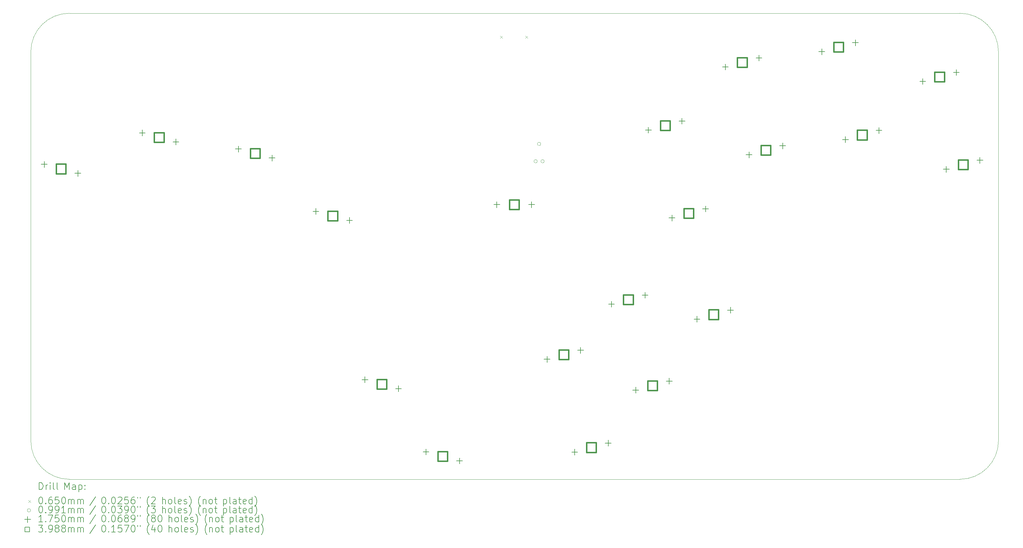
<source format=gbr>
%TF.GenerationSoftware,KiCad,Pcbnew,(7.0.0)*%
%TF.CreationDate,2023-03-17T02:18:59-07:00*%
%TF.ProjectId,OpenRectangle,4f70656e-5265-4637-9461-6e676c652e6b,rev?*%
%TF.SameCoordinates,Original*%
%TF.FileFunction,Drillmap*%
%TF.FilePolarity,Positive*%
%FSLAX45Y45*%
G04 Gerber Fmt 4.5, Leading zero omitted, Abs format (unit mm)*
G04 Created by KiCad (PCBNEW (7.0.0)) date 2023-03-17 02:18:59*
%MOMM*%
%LPD*%
G01*
G04 APERTURE LIST*
%ADD10C,0.100000*%
%ADD11C,0.200000*%
%ADD12C,0.065000*%
%ADD13C,0.099060*%
%ADD14C,0.175000*%
%ADD15C,0.398780*%
G04 APERTURE END LIST*
D10*
X6861000Y-16162000D02*
X32881000Y-16162000D01*
X32881000Y-2540000D02*
X6861000Y-2540000D01*
X6861000Y-2540000D02*
G75*
G03*
X5736000Y-3665000I0J-1125000D01*
G01*
X34006000Y-3665000D02*
G75*
G03*
X32881000Y-2540000I-1125000J0D01*
G01*
X5736000Y-3665000D02*
X5736000Y-15037000D01*
X34006000Y-3665000D02*
X34006000Y-15037000D01*
X5736000Y-15037000D02*
G75*
G03*
X6861000Y-16162000I1125000J0D01*
G01*
X32881000Y-16162000D02*
G75*
G03*
X34006000Y-15037000I0J1125000D01*
G01*
D11*
D12*
X19450350Y-3203500D02*
X19515350Y-3268500D01*
X19515350Y-3203500D02*
X19450350Y-3268500D01*
X20185350Y-3203500D02*
X20250350Y-3268500D01*
X20250350Y-3203500D02*
X20185350Y-3268500D01*
D13*
X20532930Y-6866000D02*
G75*
G03*
X20532930Y-6866000I-49530J0D01*
G01*
X20634530Y-6358000D02*
G75*
G03*
X20634530Y-6358000I-49530J0D01*
G01*
X20736130Y-6866000D02*
G75*
G03*
X20736130Y-6866000I-49530J0D01*
G01*
D14*
X6128907Y-6868232D02*
X6128907Y-7043232D01*
X6041407Y-6955732D02*
X6216407Y-6955732D01*
X6128907Y-6868232D02*
X6128907Y-7043232D01*
X6041407Y-6955732D02*
X6216407Y-6955732D01*
X7110288Y-7131192D02*
X7110288Y-7306192D01*
X7022788Y-7218692D02*
X7197788Y-7218692D01*
X7110288Y-7131192D02*
X7110288Y-7306192D01*
X7022788Y-7218692D02*
X7197788Y-7218692D01*
X8992721Y-5947778D02*
X8992721Y-6122778D01*
X8905221Y-6035278D02*
X9080221Y-6035278D01*
X8992721Y-5947778D02*
X8992721Y-6122778D01*
X8905221Y-6035278D02*
X9080221Y-6035278D01*
X9974101Y-6210738D02*
X9974101Y-6385738D01*
X9886601Y-6298238D02*
X10061601Y-6298238D01*
X9974101Y-6210738D02*
X9974101Y-6385738D01*
X9886601Y-6298238D02*
X10061601Y-6298238D01*
X11802254Y-6418374D02*
X11802254Y-6593374D01*
X11714754Y-6505874D02*
X11889754Y-6505874D01*
X11802254Y-6418374D02*
X11802254Y-6593374D01*
X11714754Y-6505874D02*
X11889754Y-6505874D01*
X12783634Y-6681334D02*
X12783634Y-6856334D01*
X12696134Y-6768834D02*
X12871134Y-6768834D01*
X12783634Y-6681334D02*
X12783634Y-6856334D01*
X12696134Y-6768834D02*
X12871134Y-6768834D01*
X14064463Y-8242326D02*
X14064463Y-8417326D01*
X13976963Y-8329826D02*
X14151963Y-8329826D01*
X14064463Y-8242326D02*
X14064463Y-8417326D01*
X13976963Y-8329826D02*
X14151963Y-8329826D01*
X15045844Y-8505286D02*
X15045844Y-8680286D01*
X14958344Y-8592786D02*
X15133344Y-8592786D01*
X15045844Y-8505286D02*
X15045844Y-8680286D01*
X14958344Y-8592786D02*
X15133344Y-8592786D01*
X15497079Y-13161381D02*
X15497079Y-13336381D01*
X15409579Y-13248881D02*
X15584579Y-13248881D01*
X15497079Y-13161381D02*
X15497079Y-13336381D01*
X15409579Y-13248881D02*
X15584579Y-13248881D01*
X16478460Y-13424342D02*
X16478460Y-13599342D01*
X16390960Y-13511842D02*
X16565960Y-13511842D01*
X16478460Y-13424342D02*
X16478460Y-13599342D01*
X16390960Y-13511842D02*
X16565960Y-13511842D01*
X17280440Y-15271758D02*
X17280440Y-15446758D01*
X17192940Y-15359258D02*
X17367940Y-15359258D01*
X17280440Y-15271758D02*
X17280440Y-15446758D01*
X17192940Y-15359258D02*
X17367940Y-15359258D01*
X18261821Y-15534719D02*
X18261821Y-15709719D01*
X18174321Y-15622219D02*
X18349321Y-15622219D01*
X18261821Y-15534719D02*
X18261821Y-15709719D01*
X18174321Y-15622219D02*
X18349321Y-15622219D01*
X19349850Y-8045187D02*
X19349850Y-8220187D01*
X19262350Y-8132687D02*
X19437350Y-8132687D01*
X19349850Y-8045187D02*
X19349850Y-8220187D01*
X19262350Y-8132687D02*
X19437350Y-8132687D01*
X20365850Y-8045187D02*
X20365850Y-8220187D01*
X20278350Y-8132687D02*
X20453350Y-8132687D01*
X20365850Y-8045187D02*
X20365850Y-8220187D01*
X20278350Y-8132687D02*
X20453350Y-8132687D01*
X20816928Y-12565324D02*
X20816928Y-12740324D01*
X20729428Y-12652824D02*
X20904428Y-12652824D01*
X20816928Y-12565324D02*
X20816928Y-12740324D01*
X20729428Y-12652824D02*
X20904428Y-12652824D01*
X21624055Y-15277564D02*
X21624055Y-15452564D01*
X21536555Y-15365064D02*
X21711555Y-15365064D01*
X21624055Y-15277564D02*
X21624055Y-15452564D01*
X21536555Y-15365064D02*
X21711555Y-15365064D01*
X21798309Y-12302364D02*
X21798309Y-12477364D01*
X21710809Y-12389864D02*
X21885809Y-12389864D01*
X21798309Y-12302364D02*
X21798309Y-12477364D01*
X21710809Y-12389864D02*
X21885809Y-12389864D01*
X22605436Y-15014603D02*
X22605436Y-15189603D01*
X22517936Y-15102103D02*
X22692936Y-15102103D01*
X22605436Y-15014603D02*
X22605436Y-15189603D01*
X22517936Y-15102103D02*
X22692936Y-15102103D01*
X22700166Y-10954876D02*
X22700166Y-11129876D01*
X22612666Y-11042376D02*
X22787666Y-11042376D01*
X22700166Y-10954876D02*
X22700166Y-11129876D01*
X22612666Y-11042376D02*
X22787666Y-11042376D01*
X23407293Y-13467116D02*
X23407293Y-13642116D01*
X23319793Y-13554616D02*
X23494793Y-13554616D01*
X23407293Y-13467116D02*
X23407293Y-13642116D01*
X23319793Y-13554616D02*
X23494793Y-13554616D01*
X23681547Y-10691916D02*
X23681547Y-10866916D01*
X23594047Y-10779416D02*
X23769047Y-10779416D01*
X23681547Y-10691916D02*
X23681547Y-10866916D01*
X23594047Y-10779416D02*
X23769047Y-10779416D01*
X23778033Y-5866493D02*
X23778033Y-6041493D01*
X23690533Y-5953993D02*
X23865533Y-5953993D01*
X23778033Y-5866493D02*
X23778033Y-6041493D01*
X23690533Y-5953993D02*
X23865533Y-5953993D01*
X24388674Y-13204156D02*
X24388674Y-13379156D01*
X24301174Y-13291656D02*
X24476174Y-13291656D01*
X24388674Y-13204156D02*
X24388674Y-13379156D01*
X24301174Y-13291656D02*
X24476174Y-13291656D01*
X24467606Y-8433317D02*
X24467606Y-8608317D01*
X24380106Y-8520817D02*
X24555106Y-8520817D01*
X24467606Y-8433317D02*
X24467606Y-8608317D01*
X24380106Y-8520817D02*
X24555106Y-8520817D01*
X24759413Y-5603533D02*
X24759413Y-5778533D01*
X24671913Y-5691033D02*
X24846913Y-5691033D01*
X24759413Y-5603533D02*
X24759413Y-5778533D01*
X24671913Y-5691033D02*
X24846913Y-5691033D01*
X25196822Y-11391735D02*
X25196822Y-11566735D01*
X25109322Y-11479235D02*
X25284322Y-11479235D01*
X25196822Y-11391735D02*
X25196822Y-11566735D01*
X25109322Y-11479235D02*
X25284322Y-11479235D01*
X25448987Y-8170357D02*
X25448987Y-8345357D01*
X25361487Y-8257857D02*
X25536487Y-8257857D01*
X25448987Y-8170357D02*
X25448987Y-8345357D01*
X25361487Y-8257857D02*
X25536487Y-8257857D01*
X26028996Y-4021432D02*
X26028996Y-4196432D01*
X25941496Y-4108932D02*
X26116496Y-4108932D01*
X26028996Y-4021432D02*
X26028996Y-4196432D01*
X25941496Y-4108932D02*
X26116496Y-4108932D01*
X26178203Y-11128775D02*
X26178203Y-11303775D01*
X26090703Y-11216275D02*
X26265703Y-11216275D01*
X26178203Y-11128775D02*
X26178203Y-11303775D01*
X26090703Y-11216275D02*
X26265703Y-11216275D01*
X26718595Y-6588353D02*
X26718595Y-6763353D01*
X26631095Y-6675853D02*
X26806095Y-6675853D01*
X26718595Y-6588353D02*
X26718595Y-6763353D01*
X26631095Y-6675853D02*
X26806095Y-6675853D01*
X27010376Y-3758472D02*
X27010376Y-3933472D01*
X26922876Y-3845972D02*
X27097876Y-3845972D01*
X27010376Y-3758472D02*
X27010376Y-3933472D01*
X26922876Y-3845972D02*
X27097876Y-3845972D01*
X27699976Y-6325393D02*
X27699976Y-6500393D01*
X27612476Y-6412893D02*
X27787476Y-6412893D01*
X27699976Y-6325393D02*
X27699976Y-6500393D01*
X27612476Y-6412893D02*
X27787476Y-6412893D01*
X28844877Y-3574913D02*
X28844877Y-3749913D01*
X28757377Y-3662413D02*
X28932377Y-3662413D01*
X28844877Y-3574913D02*
X28844877Y-3749913D01*
X28757377Y-3662413D02*
X28932377Y-3662413D01*
X29534476Y-6141835D02*
X29534476Y-6316835D01*
X29446976Y-6229335D02*
X29621976Y-6229335D01*
X29534476Y-6141835D02*
X29534476Y-6316835D01*
X29446976Y-6229335D02*
X29621976Y-6229335D01*
X29826258Y-3311953D02*
X29826258Y-3486953D01*
X29738758Y-3399453D02*
X29913758Y-3399453D01*
X29826258Y-3311953D02*
X29826258Y-3486953D01*
X29738758Y-3399453D02*
X29913758Y-3399453D01*
X30515857Y-5878874D02*
X30515857Y-6053874D01*
X30428357Y-5966374D02*
X30603357Y-5966374D01*
X30515857Y-5878874D02*
X30515857Y-6053874D01*
X30428357Y-5966374D02*
X30603357Y-5966374D01*
X31792866Y-4445171D02*
X31792866Y-4620171D01*
X31705366Y-4532671D02*
X31880366Y-4532671D01*
X31792866Y-4445171D02*
X31792866Y-4620171D01*
X31705366Y-4532671D02*
X31880366Y-4532671D01*
X32482466Y-7012092D02*
X32482466Y-7187092D01*
X32394966Y-7099592D02*
X32569966Y-7099592D01*
X32482466Y-7012092D02*
X32482466Y-7187092D01*
X32394966Y-7099592D02*
X32569966Y-7099592D01*
X32774247Y-4182211D02*
X32774247Y-4357211D01*
X32686747Y-4269711D02*
X32861747Y-4269711D01*
X32774247Y-4182211D02*
X32774247Y-4357211D01*
X32686747Y-4269711D02*
X32861747Y-4269711D01*
X33463846Y-6749132D02*
X33463846Y-6924132D01*
X33376346Y-6836632D02*
X33551346Y-6836632D01*
X33463846Y-6749132D02*
X33463846Y-6924132D01*
X33376346Y-6836632D02*
X33551346Y-6836632D01*
D15*
X6760589Y-7228204D02*
X6760589Y-6946221D01*
X6478606Y-6946221D01*
X6478606Y-7228204D01*
X6760589Y-7228204D01*
X6760589Y-7228204D02*
X6760589Y-6946221D01*
X6478606Y-6946221D01*
X6478606Y-7228204D01*
X6760589Y-7228204D01*
X9624402Y-6307749D02*
X9624402Y-6025766D01*
X9342420Y-6025766D01*
X9342420Y-6307749D01*
X9624402Y-6307749D01*
X9624402Y-6307749D02*
X9624402Y-6025766D01*
X9342420Y-6025766D01*
X9342420Y-6307749D01*
X9624402Y-6307749D01*
X12433936Y-6778345D02*
X12433936Y-6496362D01*
X12151953Y-6496362D01*
X12151953Y-6778345D01*
X12433936Y-6778345D01*
X12433936Y-6778345D02*
X12433936Y-6496362D01*
X12151953Y-6496362D01*
X12151953Y-6778345D01*
X12433936Y-6778345D01*
X14696145Y-8602298D02*
X14696145Y-8320315D01*
X14414162Y-8320315D01*
X14414162Y-8602298D01*
X14696145Y-8602298D01*
X14696145Y-8602298D02*
X14696145Y-8320315D01*
X14414162Y-8320315D01*
X14414162Y-8602298D01*
X14696145Y-8602298D01*
X16128761Y-13521353D02*
X16128761Y-13239370D01*
X15846778Y-13239370D01*
X15846778Y-13521353D01*
X16128761Y-13521353D01*
X16128761Y-13521353D02*
X16128761Y-13239370D01*
X15846778Y-13239370D01*
X15846778Y-13521353D01*
X16128761Y-13521353D01*
X17912122Y-15631730D02*
X17912122Y-15349747D01*
X17630139Y-15349747D01*
X17630139Y-15631730D01*
X17912122Y-15631730D01*
X17912122Y-15631730D02*
X17912122Y-15349747D01*
X17630139Y-15349747D01*
X17630139Y-15631730D01*
X17912122Y-15631730D01*
X19998841Y-8273678D02*
X19998841Y-7991695D01*
X19716859Y-7991695D01*
X19716859Y-8273678D01*
X19998841Y-8273678D01*
X19998841Y-8273678D02*
X19998841Y-7991695D01*
X19716859Y-7991695D01*
X19716859Y-8273678D01*
X19998841Y-8273678D01*
X21448610Y-12662335D02*
X21448610Y-12380352D01*
X21166627Y-12380352D01*
X21166627Y-12662335D01*
X21448610Y-12662335D01*
X21448610Y-12662335D02*
X21448610Y-12380352D01*
X21166627Y-12380352D01*
X21166627Y-12662335D01*
X21448610Y-12662335D01*
X22255737Y-15374575D02*
X22255737Y-15092592D01*
X21973754Y-15092592D01*
X21973754Y-15374575D01*
X22255737Y-15374575D01*
X22255737Y-15374575D02*
X22255737Y-15092592D01*
X21973754Y-15092592D01*
X21973754Y-15374575D01*
X22255737Y-15374575D01*
X23331848Y-11051887D02*
X23331848Y-10769905D01*
X23049865Y-10769905D01*
X23049865Y-11051887D01*
X23331848Y-11051887D01*
X23331848Y-11051887D02*
X23331848Y-10769905D01*
X23049865Y-10769905D01*
X23049865Y-11051887D01*
X23331848Y-11051887D01*
X24038975Y-13564127D02*
X24038975Y-13282144D01*
X23756992Y-13282144D01*
X23756992Y-13564127D01*
X24038975Y-13564127D01*
X24038975Y-13564127D02*
X24038975Y-13282144D01*
X23756992Y-13282144D01*
X23756992Y-13564127D01*
X24038975Y-13564127D01*
X24409715Y-5963504D02*
X24409715Y-5681521D01*
X24127732Y-5681521D01*
X24127732Y-5963504D01*
X24409715Y-5963504D01*
X24409715Y-5963504D02*
X24409715Y-5681521D01*
X24127732Y-5681521D01*
X24127732Y-5963504D01*
X24409715Y-5963504D01*
X25099288Y-8530329D02*
X25099288Y-8248346D01*
X24817305Y-8248346D01*
X24817305Y-8530329D01*
X25099288Y-8530329D01*
X25099288Y-8530329D02*
X25099288Y-8248346D01*
X24817305Y-8248346D01*
X24817305Y-8530329D01*
X25099288Y-8530329D01*
X25828504Y-11488746D02*
X25828504Y-11206763D01*
X25546521Y-11206763D01*
X25546521Y-11488746D01*
X25828504Y-11488746D01*
X25828504Y-11488746D02*
X25828504Y-11206763D01*
X25546521Y-11206763D01*
X25546521Y-11488746D01*
X25828504Y-11488746D01*
X26660677Y-4118443D02*
X26660677Y-3836460D01*
X26378694Y-3836460D01*
X26378694Y-4118443D01*
X26660677Y-4118443D01*
X26660677Y-4118443D02*
X26660677Y-3836460D01*
X26378694Y-3836460D01*
X26378694Y-4118443D01*
X26660677Y-4118443D01*
X27350277Y-6685364D02*
X27350277Y-6403381D01*
X27068294Y-6403381D01*
X27068294Y-6685364D01*
X27350277Y-6685364D01*
X27350277Y-6685364D02*
X27350277Y-6403381D01*
X27068294Y-6403381D01*
X27068294Y-6685364D01*
X27350277Y-6685364D01*
X29476559Y-3671925D02*
X29476559Y-3389942D01*
X29194576Y-3389942D01*
X29194576Y-3671925D01*
X29476559Y-3671925D01*
X29476559Y-3671925D02*
X29476559Y-3389942D01*
X29194576Y-3389942D01*
X29194576Y-3671925D01*
X29476559Y-3671925D01*
X30166158Y-6238846D02*
X30166158Y-5956863D01*
X29884175Y-5956863D01*
X29884175Y-6238846D01*
X30166158Y-6238846D01*
X30166158Y-6238846D02*
X30166158Y-5956863D01*
X29884175Y-5956863D01*
X29884175Y-6238846D01*
X30166158Y-6238846D01*
X32424548Y-4542182D02*
X32424548Y-4260199D01*
X32142565Y-4260199D01*
X32142565Y-4542182D01*
X32424548Y-4542182D01*
X32424548Y-4542182D02*
X32424548Y-4260199D01*
X32142565Y-4260199D01*
X32142565Y-4542182D01*
X32424548Y-4542182D01*
X33114148Y-7109103D02*
X33114148Y-6827120D01*
X32832165Y-6827120D01*
X32832165Y-7109103D01*
X33114148Y-7109103D01*
X33114148Y-7109103D02*
X33114148Y-6827120D01*
X32832165Y-6827120D01*
X32832165Y-7109103D01*
X33114148Y-7109103D01*
D11*
X5978619Y-16460476D02*
X5978619Y-16260476D01*
X5978619Y-16260476D02*
X6026238Y-16260476D01*
X6026238Y-16260476D02*
X6054809Y-16270000D01*
X6054809Y-16270000D02*
X6073857Y-16289048D01*
X6073857Y-16289048D02*
X6083381Y-16308095D01*
X6083381Y-16308095D02*
X6092905Y-16346190D01*
X6092905Y-16346190D02*
X6092905Y-16374762D01*
X6092905Y-16374762D02*
X6083381Y-16412857D01*
X6083381Y-16412857D02*
X6073857Y-16431905D01*
X6073857Y-16431905D02*
X6054809Y-16450952D01*
X6054809Y-16450952D02*
X6026238Y-16460476D01*
X6026238Y-16460476D02*
X5978619Y-16460476D01*
X6178619Y-16460476D02*
X6178619Y-16327143D01*
X6178619Y-16365238D02*
X6188143Y-16346190D01*
X6188143Y-16346190D02*
X6197667Y-16336667D01*
X6197667Y-16336667D02*
X6216714Y-16327143D01*
X6216714Y-16327143D02*
X6235762Y-16327143D01*
X6302428Y-16460476D02*
X6302428Y-16327143D01*
X6302428Y-16260476D02*
X6292905Y-16270000D01*
X6292905Y-16270000D02*
X6302428Y-16279524D01*
X6302428Y-16279524D02*
X6311952Y-16270000D01*
X6311952Y-16270000D02*
X6302428Y-16260476D01*
X6302428Y-16260476D02*
X6302428Y-16279524D01*
X6426238Y-16460476D02*
X6407190Y-16450952D01*
X6407190Y-16450952D02*
X6397667Y-16431905D01*
X6397667Y-16431905D02*
X6397667Y-16260476D01*
X6531000Y-16460476D02*
X6511952Y-16450952D01*
X6511952Y-16450952D02*
X6502428Y-16431905D01*
X6502428Y-16431905D02*
X6502428Y-16260476D01*
X6727190Y-16460476D02*
X6727190Y-16260476D01*
X6727190Y-16260476D02*
X6793857Y-16403333D01*
X6793857Y-16403333D02*
X6860524Y-16260476D01*
X6860524Y-16260476D02*
X6860524Y-16460476D01*
X7041476Y-16460476D02*
X7041476Y-16355714D01*
X7041476Y-16355714D02*
X7031952Y-16336667D01*
X7031952Y-16336667D02*
X7012905Y-16327143D01*
X7012905Y-16327143D02*
X6974809Y-16327143D01*
X6974809Y-16327143D02*
X6955762Y-16336667D01*
X7041476Y-16450952D02*
X7022428Y-16460476D01*
X7022428Y-16460476D02*
X6974809Y-16460476D01*
X6974809Y-16460476D02*
X6955762Y-16450952D01*
X6955762Y-16450952D02*
X6946238Y-16431905D01*
X6946238Y-16431905D02*
X6946238Y-16412857D01*
X6946238Y-16412857D02*
X6955762Y-16393809D01*
X6955762Y-16393809D02*
X6974809Y-16384286D01*
X6974809Y-16384286D02*
X7022428Y-16384286D01*
X7022428Y-16384286D02*
X7041476Y-16374762D01*
X7136714Y-16327143D02*
X7136714Y-16527143D01*
X7136714Y-16336667D02*
X7155762Y-16327143D01*
X7155762Y-16327143D02*
X7193857Y-16327143D01*
X7193857Y-16327143D02*
X7212905Y-16336667D01*
X7212905Y-16336667D02*
X7222428Y-16346190D01*
X7222428Y-16346190D02*
X7231952Y-16365238D01*
X7231952Y-16365238D02*
X7231952Y-16422381D01*
X7231952Y-16422381D02*
X7222428Y-16441428D01*
X7222428Y-16441428D02*
X7212905Y-16450952D01*
X7212905Y-16450952D02*
X7193857Y-16460476D01*
X7193857Y-16460476D02*
X7155762Y-16460476D01*
X7155762Y-16460476D02*
X7136714Y-16450952D01*
X7317667Y-16441428D02*
X7327190Y-16450952D01*
X7327190Y-16450952D02*
X7317667Y-16460476D01*
X7317667Y-16460476D02*
X7308143Y-16450952D01*
X7308143Y-16450952D02*
X7317667Y-16441428D01*
X7317667Y-16441428D02*
X7317667Y-16460476D01*
X7317667Y-16336667D02*
X7327190Y-16346190D01*
X7327190Y-16346190D02*
X7317667Y-16355714D01*
X7317667Y-16355714D02*
X7308143Y-16346190D01*
X7308143Y-16346190D02*
X7317667Y-16336667D01*
X7317667Y-16336667D02*
X7317667Y-16355714D01*
D12*
X5666000Y-16774500D02*
X5731000Y-16839500D01*
X5731000Y-16774500D02*
X5666000Y-16839500D01*
D11*
X6016714Y-16680476D02*
X6035762Y-16680476D01*
X6035762Y-16680476D02*
X6054809Y-16690000D01*
X6054809Y-16690000D02*
X6064333Y-16699524D01*
X6064333Y-16699524D02*
X6073857Y-16718571D01*
X6073857Y-16718571D02*
X6083381Y-16756667D01*
X6083381Y-16756667D02*
X6083381Y-16804286D01*
X6083381Y-16804286D02*
X6073857Y-16842381D01*
X6073857Y-16842381D02*
X6064333Y-16861429D01*
X6064333Y-16861429D02*
X6054809Y-16870952D01*
X6054809Y-16870952D02*
X6035762Y-16880476D01*
X6035762Y-16880476D02*
X6016714Y-16880476D01*
X6016714Y-16880476D02*
X5997667Y-16870952D01*
X5997667Y-16870952D02*
X5988143Y-16861429D01*
X5988143Y-16861429D02*
X5978619Y-16842381D01*
X5978619Y-16842381D02*
X5969095Y-16804286D01*
X5969095Y-16804286D02*
X5969095Y-16756667D01*
X5969095Y-16756667D02*
X5978619Y-16718571D01*
X5978619Y-16718571D02*
X5988143Y-16699524D01*
X5988143Y-16699524D02*
X5997667Y-16690000D01*
X5997667Y-16690000D02*
X6016714Y-16680476D01*
X6169095Y-16861429D02*
X6178619Y-16870952D01*
X6178619Y-16870952D02*
X6169095Y-16880476D01*
X6169095Y-16880476D02*
X6159571Y-16870952D01*
X6159571Y-16870952D02*
X6169095Y-16861429D01*
X6169095Y-16861429D02*
X6169095Y-16880476D01*
X6350048Y-16680476D02*
X6311952Y-16680476D01*
X6311952Y-16680476D02*
X6292905Y-16690000D01*
X6292905Y-16690000D02*
X6283381Y-16699524D01*
X6283381Y-16699524D02*
X6264333Y-16728095D01*
X6264333Y-16728095D02*
X6254809Y-16766190D01*
X6254809Y-16766190D02*
X6254809Y-16842381D01*
X6254809Y-16842381D02*
X6264333Y-16861429D01*
X6264333Y-16861429D02*
X6273857Y-16870952D01*
X6273857Y-16870952D02*
X6292905Y-16880476D01*
X6292905Y-16880476D02*
X6331000Y-16880476D01*
X6331000Y-16880476D02*
X6350048Y-16870952D01*
X6350048Y-16870952D02*
X6359571Y-16861429D01*
X6359571Y-16861429D02*
X6369095Y-16842381D01*
X6369095Y-16842381D02*
X6369095Y-16794762D01*
X6369095Y-16794762D02*
X6359571Y-16775714D01*
X6359571Y-16775714D02*
X6350048Y-16766190D01*
X6350048Y-16766190D02*
X6331000Y-16756667D01*
X6331000Y-16756667D02*
X6292905Y-16756667D01*
X6292905Y-16756667D02*
X6273857Y-16766190D01*
X6273857Y-16766190D02*
X6264333Y-16775714D01*
X6264333Y-16775714D02*
X6254809Y-16794762D01*
X6550048Y-16680476D02*
X6454809Y-16680476D01*
X6454809Y-16680476D02*
X6445286Y-16775714D01*
X6445286Y-16775714D02*
X6454809Y-16766190D01*
X6454809Y-16766190D02*
X6473857Y-16756667D01*
X6473857Y-16756667D02*
X6521476Y-16756667D01*
X6521476Y-16756667D02*
X6540524Y-16766190D01*
X6540524Y-16766190D02*
X6550048Y-16775714D01*
X6550048Y-16775714D02*
X6559571Y-16794762D01*
X6559571Y-16794762D02*
X6559571Y-16842381D01*
X6559571Y-16842381D02*
X6550048Y-16861429D01*
X6550048Y-16861429D02*
X6540524Y-16870952D01*
X6540524Y-16870952D02*
X6521476Y-16880476D01*
X6521476Y-16880476D02*
X6473857Y-16880476D01*
X6473857Y-16880476D02*
X6454809Y-16870952D01*
X6454809Y-16870952D02*
X6445286Y-16861429D01*
X6683381Y-16680476D02*
X6702429Y-16680476D01*
X6702429Y-16680476D02*
X6721476Y-16690000D01*
X6721476Y-16690000D02*
X6731000Y-16699524D01*
X6731000Y-16699524D02*
X6740524Y-16718571D01*
X6740524Y-16718571D02*
X6750048Y-16756667D01*
X6750048Y-16756667D02*
X6750048Y-16804286D01*
X6750048Y-16804286D02*
X6740524Y-16842381D01*
X6740524Y-16842381D02*
X6731000Y-16861429D01*
X6731000Y-16861429D02*
X6721476Y-16870952D01*
X6721476Y-16870952D02*
X6702429Y-16880476D01*
X6702429Y-16880476D02*
X6683381Y-16880476D01*
X6683381Y-16880476D02*
X6664333Y-16870952D01*
X6664333Y-16870952D02*
X6654809Y-16861429D01*
X6654809Y-16861429D02*
X6645286Y-16842381D01*
X6645286Y-16842381D02*
X6635762Y-16804286D01*
X6635762Y-16804286D02*
X6635762Y-16756667D01*
X6635762Y-16756667D02*
X6645286Y-16718571D01*
X6645286Y-16718571D02*
X6654809Y-16699524D01*
X6654809Y-16699524D02*
X6664333Y-16690000D01*
X6664333Y-16690000D02*
X6683381Y-16680476D01*
X6835762Y-16880476D02*
X6835762Y-16747143D01*
X6835762Y-16766190D02*
X6845286Y-16756667D01*
X6845286Y-16756667D02*
X6864333Y-16747143D01*
X6864333Y-16747143D02*
X6892905Y-16747143D01*
X6892905Y-16747143D02*
X6911952Y-16756667D01*
X6911952Y-16756667D02*
X6921476Y-16775714D01*
X6921476Y-16775714D02*
X6921476Y-16880476D01*
X6921476Y-16775714D02*
X6931000Y-16756667D01*
X6931000Y-16756667D02*
X6950048Y-16747143D01*
X6950048Y-16747143D02*
X6978619Y-16747143D01*
X6978619Y-16747143D02*
X6997667Y-16756667D01*
X6997667Y-16756667D02*
X7007190Y-16775714D01*
X7007190Y-16775714D02*
X7007190Y-16880476D01*
X7102429Y-16880476D02*
X7102429Y-16747143D01*
X7102429Y-16766190D02*
X7111952Y-16756667D01*
X7111952Y-16756667D02*
X7131000Y-16747143D01*
X7131000Y-16747143D02*
X7159571Y-16747143D01*
X7159571Y-16747143D02*
X7178619Y-16756667D01*
X7178619Y-16756667D02*
X7188143Y-16775714D01*
X7188143Y-16775714D02*
X7188143Y-16880476D01*
X7188143Y-16775714D02*
X7197667Y-16756667D01*
X7197667Y-16756667D02*
X7216714Y-16747143D01*
X7216714Y-16747143D02*
X7245286Y-16747143D01*
X7245286Y-16747143D02*
X7264333Y-16756667D01*
X7264333Y-16756667D02*
X7273857Y-16775714D01*
X7273857Y-16775714D02*
X7273857Y-16880476D01*
X7631952Y-16670952D02*
X7460524Y-16928095D01*
X7856714Y-16680476D02*
X7875762Y-16680476D01*
X7875762Y-16680476D02*
X7894810Y-16690000D01*
X7894810Y-16690000D02*
X7904333Y-16699524D01*
X7904333Y-16699524D02*
X7913857Y-16718571D01*
X7913857Y-16718571D02*
X7923381Y-16756667D01*
X7923381Y-16756667D02*
X7923381Y-16804286D01*
X7923381Y-16804286D02*
X7913857Y-16842381D01*
X7913857Y-16842381D02*
X7904333Y-16861429D01*
X7904333Y-16861429D02*
X7894810Y-16870952D01*
X7894810Y-16870952D02*
X7875762Y-16880476D01*
X7875762Y-16880476D02*
X7856714Y-16880476D01*
X7856714Y-16880476D02*
X7837667Y-16870952D01*
X7837667Y-16870952D02*
X7828143Y-16861429D01*
X7828143Y-16861429D02*
X7818619Y-16842381D01*
X7818619Y-16842381D02*
X7809095Y-16804286D01*
X7809095Y-16804286D02*
X7809095Y-16756667D01*
X7809095Y-16756667D02*
X7818619Y-16718571D01*
X7818619Y-16718571D02*
X7828143Y-16699524D01*
X7828143Y-16699524D02*
X7837667Y-16690000D01*
X7837667Y-16690000D02*
X7856714Y-16680476D01*
X8009095Y-16861429D02*
X8018619Y-16870952D01*
X8018619Y-16870952D02*
X8009095Y-16880476D01*
X8009095Y-16880476D02*
X7999571Y-16870952D01*
X7999571Y-16870952D02*
X8009095Y-16861429D01*
X8009095Y-16861429D02*
X8009095Y-16880476D01*
X8142429Y-16680476D02*
X8161476Y-16680476D01*
X8161476Y-16680476D02*
X8180524Y-16690000D01*
X8180524Y-16690000D02*
X8190048Y-16699524D01*
X8190048Y-16699524D02*
X8199571Y-16718571D01*
X8199571Y-16718571D02*
X8209095Y-16756667D01*
X8209095Y-16756667D02*
X8209095Y-16804286D01*
X8209095Y-16804286D02*
X8199571Y-16842381D01*
X8199571Y-16842381D02*
X8190048Y-16861429D01*
X8190048Y-16861429D02*
X8180524Y-16870952D01*
X8180524Y-16870952D02*
X8161476Y-16880476D01*
X8161476Y-16880476D02*
X8142429Y-16880476D01*
X8142429Y-16880476D02*
X8123381Y-16870952D01*
X8123381Y-16870952D02*
X8113857Y-16861429D01*
X8113857Y-16861429D02*
X8104333Y-16842381D01*
X8104333Y-16842381D02*
X8094810Y-16804286D01*
X8094810Y-16804286D02*
X8094810Y-16756667D01*
X8094810Y-16756667D02*
X8104333Y-16718571D01*
X8104333Y-16718571D02*
X8113857Y-16699524D01*
X8113857Y-16699524D02*
X8123381Y-16690000D01*
X8123381Y-16690000D02*
X8142429Y-16680476D01*
X8285286Y-16699524D02*
X8294810Y-16690000D01*
X8294810Y-16690000D02*
X8313857Y-16680476D01*
X8313857Y-16680476D02*
X8361476Y-16680476D01*
X8361476Y-16680476D02*
X8380524Y-16690000D01*
X8380524Y-16690000D02*
X8390048Y-16699524D01*
X8390048Y-16699524D02*
X8399572Y-16718571D01*
X8399572Y-16718571D02*
X8399572Y-16737619D01*
X8399572Y-16737619D02*
X8390048Y-16766190D01*
X8390048Y-16766190D02*
X8275762Y-16880476D01*
X8275762Y-16880476D02*
X8399572Y-16880476D01*
X8580524Y-16680476D02*
X8485286Y-16680476D01*
X8485286Y-16680476D02*
X8475762Y-16775714D01*
X8475762Y-16775714D02*
X8485286Y-16766190D01*
X8485286Y-16766190D02*
X8504333Y-16756667D01*
X8504333Y-16756667D02*
X8551953Y-16756667D01*
X8551953Y-16756667D02*
X8571000Y-16766190D01*
X8571000Y-16766190D02*
X8580524Y-16775714D01*
X8580524Y-16775714D02*
X8590048Y-16794762D01*
X8590048Y-16794762D02*
X8590048Y-16842381D01*
X8590048Y-16842381D02*
X8580524Y-16861429D01*
X8580524Y-16861429D02*
X8571000Y-16870952D01*
X8571000Y-16870952D02*
X8551953Y-16880476D01*
X8551953Y-16880476D02*
X8504333Y-16880476D01*
X8504333Y-16880476D02*
X8485286Y-16870952D01*
X8485286Y-16870952D02*
X8475762Y-16861429D01*
X8761476Y-16680476D02*
X8723381Y-16680476D01*
X8723381Y-16680476D02*
X8704333Y-16690000D01*
X8704333Y-16690000D02*
X8694810Y-16699524D01*
X8694810Y-16699524D02*
X8675762Y-16728095D01*
X8675762Y-16728095D02*
X8666238Y-16766190D01*
X8666238Y-16766190D02*
X8666238Y-16842381D01*
X8666238Y-16842381D02*
X8675762Y-16861429D01*
X8675762Y-16861429D02*
X8685286Y-16870952D01*
X8685286Y-16870952D02*
X8704333Y-16880476D01*
X8704333Y-16880476D02*
X8742429Y-16880476D01*
X8742429Y-16880476D02*
X8761476Y-16870952D01*
X8761476Y-16870952D02*
X8771000Y-16861429D01*
X8771000Y-16861429D02*
X8780524Y-16842381D01*
X8780524Y-16842381D02*
X8780524Y-16794762D01*
X8780524Y-16794762D02*
X8771000Y-16775714D01*
X8771000Y-16775714D02*
X8761476Y-16766190D01*
X8761476Y-16766190D02*
X8742429Y-16756667D01*
X8742429Y-16756667D02*
X8704333Y-16756667D01*
X8704333Y-16756667D02*
X8685286Y-16766190D01*
X8685286Y-16766190D02*
X8675762Y-16775714D01*
X8675762Y-16775714D02*
X8666238Y-16794762D01*
X8856714Y-16680476D02*
X8856714Y-16718571D01*
X8932905Y-16680476D02*
X8932905Y-16718571D01*
X9195762Y-16956667D02*
X9186238Y-16947143D01*
X9186238Y-16947143D02*
X9167191Y-16918571D01*
X9167191Y-16918571D02*
X9157667Y-16899524D01*
X9157667Y-16899524D02*
X9148143Y-16870952D01*
X9148143Y-16870952D02*
X9138619Y-16823333D01*
X9138619Y-16823333D02*
X9138619Y-16785238D01*
X9138619Y-16785238D02*
X9148143Y-16737619D01*
X9148143Y-16737619D02*
X9157667Y-16709048D01*
X9157667Y-16709048D02*
X9167191Y-16690000D01*
X9167191Y-16690000D02*
X9186238Y-16661428D01*
X9186238Y-16661428D02*
X9195762Y-16651905D01*
X9262429Y-16699524D02*
X9271953Y-16690000D01*
X9271953Y-16690000D02*
X9291000Y-16680476D01*
X9291000Y-16680476D02*
X9338619Y-16680476D01*
X9338619Y-16680476D02*
X9357667Y-16690000D01*
X9357667Y-16690000D02*
X9367191Y-16699524D01*
X9367191Y-16699524D02*
X9376714Y-16718571D01*
X9376714Y-16718571D02*
X9376714Y-16737619D01*
X9376714Y-16737619D02*
X9367191Y-16766190D01*
X9367191Y-16766190D02*
X9252905Y-16880476D01*
X9252905Y-16880476D02*
X9376714Y-16880476D01*
X9582429Y-16880476D02*
X9582429Y-16680476D01*
X9668143Y-16880476D02*
X9668143Y-16775714D01*
X9668143Y-16775714D02*
X9658619Y-16756667D01*
X9658619Y-16756667D02*
X9639572Y-16747143D01*
X9639572Y-16747143D02*
X9611000Y-16747143D01*
X9611000Y-16747143D02*
X9591953Y-16756667D01*
X9591953Y-16756667D02*
X9582429Y-16766190D01*
X9791953Y-16880476D02*
X9772905Y-16870952D01*
X9772905Y-16870952D02*
X9763381Y-16861429D01*
X9763381Y-16861429D02*
X9753857Y-16842381D01*
X9753857Y-16842381D02*
X9753857Y-16785238D01*
X9753857Y-16785238D02*
X9763381Y-16766190D01*
X9763381Y-16766190D02*
X9772905Y-16756667D01*
X9772905Y-16756667D02*
X9791953Y-16747143D01*
X9791953Y-16747143D02*
X9820524Y-16747143D01*
X9820524Y-16747143D02*
X9839572Y-16756667D01*
X9839572Y-16756667D02*
X9849095Y-16766190D01*
X9849095Y-16766190D02*
X9858619Y-16785238D01*
X9858619Y-16785238D02*
X9858619Y-16842381D01*
X9858619Y-16842381D02*
X9849095Y-16861429D01*
X9849095Y-16861429D02*
X9839572Y-16870952D01*
X9839572Y-16870952D02*
X9820524Y-16880476D01*
X9820524Y-16880476D02*
X9791953Y-16880476D01*
X9972905Y-16880476D02*
X9953857Y-16870952D01*
X9953857Y-16870952D02*
X9944334Y-16851905D01*
X9944334Y-16851905D02*
X9944334Y-16680476D01*
X10125286Y-16870952D02*
X10106238Y-16880476D01*
X10106238Y-16880476D02*
X10068143Y-16880476D01*
X10068143Y-16880476D02*
X10049095Y-16870952D01*
X10049095Y-16870952D02*
X10039572Y-16851905D01*
X10039572Y-16851905D02*
X10039572Y-16775714D01*
X10039572Y-16775714D02*
X10049095Y-16756667D01*
X10049095Y-16756667D02*
X10068143Y-16747143D01*
X10068143Y-16747143D02*
X10106238Y-16747143D01*
X10106238Y-16747143D02*
X10125286Y-16756667D01*
X10125286Y-16756667D02*
X10134810Y-16775714D01*
X10134810Y-16775714D02*
X10134810Y-16794762D01*
X10134810Y-16794762D02*
X10039572Y-16813810D01*
X10211000Y-16870952D02*
X10230048Y-16880476D01*
X10230048Y-16880476D02*
X10268143Y-16880476D01*
X10268143Y-16880476D02*
X10287191Y-16870952D01*
X10287191Y-16870952D02*
X10296715Y-16851905D01*
X10296715Y-16851905D02*
X10296715Y-16842381D01*
X10296715Y-16842381D02*
X10287191Y-16823333D01*
X10287191Y-16823333D02*
X10268143Y-16813810D01*
X10268143Y-16813810D02*
X10239572Y-16813810D01*
X10239572Y-16813810D02*
X10220524Y-16804286D01*
X10220524Y-16804286D02*
X10211000Y-16785238D01*
X10211000Y-16785238D02*
X10211000Y-16775714D01*
X10211000Y-16775714D02*
X10220524Y-16756667D01*
X10220524Y-16756667D02*
X10239572Y-16747143D01*
X10239572Y-16747143D02*
X10268143Y-16747143D01*
X10268143Y-16747143D02*
X10287191Y-16756667D01*
X10363381Y-16956667D02*
X10372905Y-16947143D01*
X10372905Y-16947143D02*
X10391953Y-16918571D01*
X10391953Y-16918571D02*
X10401476Y-16899524D01*
X10401476Y-16899524D02*
X10411000Y-16870952D01*
X10411000Y-16870952D02*
X10420524Y-16823333D01*
X10420524Y-16823333D02*
X10420524Y-16785238D01*
X10420524Y-16785238D02*
X10411000Y-16737619D01*
X10411000Y-16737619D02*
X10401476Y-16709048D01*
X10401476Y-16709048D02*
X10391953Y-16690000D01*
X10391953Y-16690000D02*
X10372905Y-16661428D01*
X10372905Y-16661428D02*
X10363381Y-16651905D01*
X10692905Y-16956667D02*
X10683381Y-16947143D01*
X10683381Y-16947143D02*
X10664334Y-16918571D01*
X10664334Y-16918571D02*
X10654810Y-16899524D01*
X10654810Y-16899524D02*
X10645286Y-16870952D01*
X10645286Y-16870952D02*
X10635762Y-16823333D01*
X10635762Y-16823333D02*
X10635762Y-16785238D01*
X10635762Y-16785238D02*
X10645286Y-16737619D01*
X10645286Y-16737619D02*
X10654810Y-16709048D01*
X10654810Y-16709048D02*
X10664334Y-16690000D01*
X10664334Y-16690000D02*
X10683381Y-16661428D01*
X10683381Y-16661428D02*
X10692905Y-16651905D01*
X10769095Y-16747143D02*
X10769095Y-16880476D01*
X10769095Y-16766190D02*
X10778619Y-16756667D01*
X10778619Y-16756667D02*
X10797667Y-16747143D01*
X10797667Y-16747143D02*
X10826238Y-16747143D01*
X10826238Y-16747143D02*
X10845286Y-16756667D01*
X10845286Y-16756667D02*
X10854810Y-16775714D01*
X10854810Y-16775714D02*
X10854810Y-16880476D01*
X10978619Y-16880476D02*
X10959572Y-16870952D01*
X10959572Y-16870952D02*
X10950048Y-16861429D01*
X10950048Y-16861429D02*
X10940524Y-16842381D01*
X10940524Y-16842381D02*
X10940524Y-16785238D01*
X10940524Y-16785238D02*
X10950048Y-16766190D01*
X10950048Y-16766190D02*
X10959572Y-16756667D01*
X10959572Y-16756667D02*
X10978619Y-16747143D01*
X10978619Y-16747143D02*
X11007191Y-16747143D01*
X11007191Y-16747143D02*
X11026238Y-16756667D01*
X11026238Y-16756667D02*
X11035762Y-16766190D01*
X11035762Y-16766190D02*
X11045286Y-16785238D01*
X11045286Y-16785238D02*
X11045286Y-16842381D01*
X11045286Y-16842381D02*
X11035762Y-16861429D01*
X11035762Y-16861429D02*
X11026238Y-16870952D01*
X11026238Y-16870952D02*
X11007191Y-16880476D01*
X11007191Y-16880476D02*
X10978619Y-16880476D01*
X11102429Y-16747143D02*
X11178619Y-16747143D01*
X11131000Y-16680476D02*
X11131000Y-16851905D01*
X11131000Y-16851905D02*
X11140524Y-16870952D01*
X11140524Y-16870952D02*
X11159572Y-16880476D01*
X11159572Y-16880476D02*
X11178619Y-16880476D01*
X11365286Y-16747143D02*
X11365286Y-16947143D01*
X11365286Y-16756667D02*
X11384333Y-16747143D01*
X11384333Y-16747143D02*
X11422429Y-16747143D01*
X11422429Y-16747143D02*
X11441476Y-16756667D01*
X11441476Y-16756667D02*
X11451000Y-16766190D01*
X11451000Y-16766190D02*
X11460524Y-16785238D01*
X11460524Y-16785238D02*
X11460524Y-16842381D01*
X11460524Y-16842381D02*
X11451000Y-16861429D01*
X11451000Y-16861429D02*
X11441476Y-16870952D01*
X11441476Y-16870952D02*
X11422429Y-16880476D01*
X11422429Y-16880476D02*
X11384333Y-16880476D01*
X11384333Y-16880476D02*
X11365286Y-16870952D01*
X11574810Y-16880476D02*
X11555762Y-16870952D01*
X11555762Y-16870952D02*
X11546238Y-16851905D01*
X11546238Y-16851905D02*
X11546238Y-16680476D01*
X11736714Y-16880476D02*
X11736714Y-16775714D01*
X11736714Y-16775714D02*
X11727191Y-16756667D01*
X11727191Y-16756667D02*
X11708143Y-16747143D01*
X11708143Y-16747143D02*
X11670048Y-16747143D01*
X11670048Y-16747143D02*
X11651000Y-16756667D01*
X11736714Y-16870952D02*
X11717667Y-16880476D01*
X11717667Y-16880476D02*
X11670048Y-16880476D01*
X11670048Y-16880476D02*
X11651000Y-16870952D01*
X11651000Y-16870952D02*
X11641476Y-16851905D01*
X11641476Y-16851905D02*
X11641476Y-16832857D01*
X11641476Y-16832857D02*
X11651000Y-16813810D01*
X11651000Y-16813810D02*
X11670048Y-16804286D01*
X11670048Y-16804286D02*
X11717667Y-16804286D01*
X11717667Y-16804286D02*
X11736714Y-16794762D01*
X11803381Y-16747143D02*
X11879572Y-16747143D01*
X11831953Y-16680476D02*
X11831953Y-16851905D01*
X11831953Y-16851905D02*
X11841476Y-16870952D01*
X11841476Y-16870952D02*
X11860524Y-16880476D01*
X11860524Y-16880476D02*
X11879572Y-16880476D01*
X12022429Y-16870952D02*
X12003381Y-16880476D01*
X12003381Y-16880476D02*
X11965286Y-16880476D01*
X11965286Y-16880476D02*
X11946238Y-16870952D01*
X11946238Y-16870952D02*
X11936714Y-16851905D01*
X11936714Y-16851905D02*
X11936714Y-16775714D01*
X11936714Y-16775714D02*
X11946238Y-16756667D01*
X11946238Y-16756667D02*
X11965286Y-16747143D01*
X11965286Y-16747143D02*
X12003381Y-16747143D01*
X12003381Y-16747143D02*
X12022429Y-16756667D01*
X12022429Y-16756667D02*
X12031953Y-16775714D01*
X12031953Y-16775714D02*
X12031953Y-16794762D01*
X12031953Y-16794762D02*
X11936714Y-16813810D01*
X12203381Y-16880476D02*
X12203381Y-16680476D01*
X12203381Y-16870952D02*
X12184334Y-16880476D01*
X12184334Y-16880476D02*
X12146238Y-16880476D01*
X12146238Y-16880476D02*
X12127191Y-16870952D01*
X12127191Y-16870952D02*
X12117667Y-16861429D01*
X12117667Y-16861429D02*
X12108143Y-16842381D01*
X12108143Y-16842381D02*
X12108143Y-16785238D01*
X12108143Y-16785238D02*
X12117667Y-16766190D01*
X12117667Y-16766190D02*
X12127191Y-16756667D01*
X12127191Y-16756667D02*
X12146238Y-16747143D01*
X12146238Y-16747143D02*
X12184334Y-16747143D01*
X12184334Y-16747143D02*
X12203381Y-16756667D01*
X12279572Y-16956667D02*
X12289095Y-16947143D01*
X12289095Y-16947143D02*
X12308143Y-16918571D01*
X12308143Y-16918571D02*
X12317667Y-16899524D01*
X12317667Y-16899524D02*
X12327191Y-16870952D01*
X12327191Y-16870952D02*
X12336714Y-16823333D01*
X12336714Y-16823333D02*
X12336714Y-16785238D01*
X12336714Y-16785238D02*
X12327191Y-16737619D01*
X12327191Y-16737619D02*
X12317667Y-16709048D01*
X12317667Y-16709048D02*
X12308143Y-16690000D01*
X12308143Y-16690000D02*
X12289095Y-16661428D01*
X12289095Y-16661428D02*
X12279572Y-16651905D01*
D13*
X5731000Y-17071000D02*
G75*
G03*
X5731000Y-17071000I-49530J0D01*
G01*
D11*
X6016714Y-16944476D02*
X6035762Y-16944476D01*
X6035762Y-16944476D02*
X6054809Y-16954000D01*
X6054809Y-16954000D02*
X6064333Y-16963524D01*
X6064333Y-16963524D02*
X6073857Y-16982571D01*
X6073857Y-16982571D02*
X6083381Y-17020667D01*
X6083381Y-17020667D02*
X6083381Y-17068286D01*
X6083381Y-17068286D02*
X6073857Y-17106381D01*
X6073857Y-17106381D02*
X6064333Y-17125429D01*
X6064333Y-17125429D02*
X6054809Y-17134952D01*
X6054809Y-17134952D02*
X6035762Y-17144476D01*
X6035762Y-17144476D02*
X6016714Y-17144476D01*
X6016714Y-17144476D02*
X5997667Y-17134952D01*
X5997667Y-17134952D02*
X5988143Y-17125429D01*
X5988143Y-17125429D02*
X5978619Y-17106381D01*
X5978619Y-17106381D02*
X5969095Y-17068286D01*
X5969095Y-17068286D02*
X5969095Y-17020667D01*
X5969095Y-17020667D02*
X5978619Y-16982571D01*
X5978619Y-16982571D02*
X5988143Y-16963524D01*
X5988143Y-16963524D02*
X5997667Y-16954000D01*
X5997667Y-16954000D02*
X6016714Y-16944476D01*
X6169095Y-17125429D02*
X6178619Y-17134952D01*
X6178619Y-17134952D02*
X6169095Y-17144476D01*
X6169095Y-17144476D02*
X6159571Y-17134952D01*
X6159571Y-17134952D02*
X6169095Y-17125429D01*
X6169095Y-17125429D02*
X6169095Y-17144476D01*
X6273857Y-17144476D02*
X6311952Y-17144476D01*
X6311952Y-17144476D02*
X6331000Y-17134952D01*
X6331000Y-17134952D02*
X6340524Y-17125429D01*
X6340524Y-17125429D02*
X6359571Y-17096857D01*
X6359571Y-17096857D02*
X6369095Y-17058762D01*
X6369095Y-17058762D02*
X6369095Y-16982571D01*
X6369095Y-16982571D02*
X6359571Y-16963524D01*
X6359571Y-16963524D02*
X6350048Y-16954000D01*
X6350048Y-16954000D02*
X6331000Y-16944476D01*
X6331000Y-16944476D02*
X6292905Y-16944476D01*
X6292905Y-16944476D02*
X6273857Y-16954000D01*
X6273857Y-16954000D02*
X6264333Y-16963524D01*
X6264333Y-16963524D02*
X6254809Y-16982571D01*
X6254809Y-16982571D02*
X6254809Y-17030190D01*
X6254809Y-17030190D02*
X6264333Y-17049238D01*
X6264333Y-17049238D02*
X6273857Y-17058762D01*
X6273857Y-17058762D02*
X6292905Y-17068286D01*
X6292905Y-17068286D02*
X6331000Y-17068286D01*
X6331000Y-17068286D02*
X6350048Y-17058762D01*
X6350048Y-17058762D02*
X6359571Y-17049238D01*
X6359571Y-17049238D02*
X6369095Y-17030190D01*
X6464333Y-17144476D02*
X6502428Y-17144476D01*
X6502428Y-17144476D02*
X6521476Y-17134952D01*
X6521476Y-17134952D02*
X6531000Y-17125429D01*
X6531000Y-17125429D02*
X6550048Y-17096857D01*
X6550048Y-17096857D02*
X6559571Y-17058762D01*
X6559571Y-17058762D02*
X6559571Y-16982571D01*
X6559571Y-16982571D02*
X6550048Y-16963524D01*
X6550048Y-16963524D02*
X6540524Y-16954000D01*
X6540524Y-16954000D02*
X6521476Y-16944476D01*
X6521476Y-16944476D02*
X6483381Y-16944476D01*
X6483381Y-16944476D02*
X6464333Y-16954000D01*
X6464333Y-16954000D02*
X6454809Y-16963524D01*
X6454809Y-16963524D02*
X6445286Y-16982571D01*
X6445286Y-16982571D02*
X6445286Y-17030190D01*
X6445286Y-17030190D02*
X6454809Y-17049238D01*
X6454809Y-17049238D02*
X6464333Y-17058762D01*
X6464333Y-17058762D02*
X6483381Y-17068286D01*
X6483381Y-17068286D02*
X6521476Y-17068286D01*
X6521476Y-17068286D02*
X6540524Y-17058762D01*
X6540524Y-17058762D02*
X6550048Y-17049238D01*
X6550048Y-17049238D02*
X6559571Y-17030190D01*
X6750048Y-17144476D02*
X6635762Y-17144476D01*
X6692905Y-17144476D02*
X6692905Y-16944476D01*
X6692905Y-16944476D02*
X6673857Y-16973048D01*
X6673857Y-16973048D02*
X6654809Y-16992095D01*
X6654809Y-16992095D02*
X6635762Y-17001619D01*
X6835762Y-17144476D02*
X6835762Y-17011143D01*
X6835762Y-17030190D02*
X6845286Y-17020667D01*
X6845286Y-17020667D02*
X6864333Y-17011143D01*
X6864333Y-17011143D02*
X6892905Y-17011143D01*
X6892905Y-17011143D02*
X6911952Y-17020667D01*
X6911952Y-17020667D02*
X6921476Y-17039714D01*
X6921476Y-17039714D02*
X6921476Y-17144476D01*
X6921476Y-17039714D02*
X6931000Y-17020667D01*
X6931000Y-17020667D02*
X6950048Y-17011143D01*
X6950048Y-17011143D02*
X6978619Y-17011143D01*
X6978619Y-17011143D02*
X6997667Y-17020667D01*
X6997667Y-17020667D02*
X7007190Y-17039714D01*
X7007190Y-17039714D02*
X7007190Y-17144476D01*
X7102429Y-17144476D02*
X7102429Y-17011143D01*
X7102429Y-17030190D02*
X7111952Y-17020667D01*
X7111952Y-17020667D02*
X7131000Y-17011143D01*
X7131000Y-17011143D02*
X7159571Y-17011143D01*
X7159571Y-17011143D02*
X7178619Y-17020667D01*
X7178619Y-17020667D02*
X7188143Y-17039714D01*
X7188143Y-17039714D02*
X7188143Y-17144476D01*
X7188143Y-17039714D02*
X7197667Y-17020667D01*
X7197667Y-17020667D02*
X7216714Y-17011143D01*
X7216714Y-17011143D02*
X7245286Y-17011143D01*
X7245286Y-17011143D02*
X7264333Y-17020667D01*
X7264333Y-17020667D02*
X7273857Y-17039714D01*
X7273857Y-17039714D02*
X7273857Y-17144476D01*
X7631952Y-16934952D02*
X7460524Y-17192095D01*
X7856714Y-16944476D02*
X7875762Y-16944476D01*
X7875762Y-16944476D02*
X7894810Y-16954000D01*
X7894810Y-16954000D02*
X7904333Y-16963524D01*
X7904333Y-16963524D02*
X7913857Y-16982571D01*
X7913857Y-16982571D02*
X7923381Y-17020667D01*
X7923381Y-17020667D02*
X7923381Y-17068286D01*
X7923381Y-17068286D02*
X7913857Y-17106381D01*
X7913857Y-17106381D02*
X7904333Y-17125429D01*
X7904333Y-17125429D02*
X7894810Y-17134952D01*
X7894810Y-17134952D02*
X7875762Y-17144476D01*
X7875762Y-17144476D02*
X7856714Y-17144476D01*
X7856714Y-17144476D02*
X7837667Y-17134952D01*
X7837667Y-17134952D02*
X7828143Y-17125429D01*
X7828143Y-17125429D02*
X7818619Y-17106381D01*
X7818619Y-17106381D02*
X7809095Y-17068286D01*
X7809095Y-17068286D02*
X7809095Y-17020667D01*
X7809095Y-17020667D02*
X7818619Y-16982571D01*
X7818619Y-16982571D02*
X7828143Y-16963524D01*
X7828143Y-16963524D02*
X7837667Y-16954000D01*
X7837667Y-16954000D02*
X7856714Y-16944476D01*
X8009095Y-17125429D02*
X8018619Y-17134952D01*
X8018619Y-17134952D02*
X8009095Y-17144476D01*
X8009095Y-17144476D02*
X7999571Y-17134952D01*
X7999571Y-17134952D02*
X8009095Y-17125429D01*
X8009095Y-17125429D02*
X8009095Y-17144476D01*
X8142429Y-16944476D02*
X8161476Y-16944476D01*
X8161476Y-16944476D02*
X8180524Y-16954000D01*
X8180524Y-16954000D02*
X8190048Y-16963524D01*
X8190048Y-16963524D02*
X8199571Y-16982571D01*
X8199571Y-16982571D02*
X8209095Y-17020667D01*
X8209095Y-17020667D02*
X8209095Y-17068286D01*
X8209095Y-17068286D02*
X8199571Y-17106381D01*
X8199571Y-17106381D02*
X8190048Y-17125429D01*
X8190048Y-17125429D02*
X8180524Y-17134952D01*
X8180524Y-17134952D02*
X8161476Y-17144476D01*
X8161476Y-17144476D02*
X8142429Y-17144476D01*
X8142429Y-17144476D02*
X8123381Y-17134952D01*
X8123381Y-17134952D02*
X8113857Y-17125429D01*
X8113857Y-17125429D02*
X8104333Y-17106381D01*
X8104333Y-17106381D02*
X8094810Y-17068286D01*
X8094810Y-17068286D02*
X8094810Y-17020667D01*
X8094810Y-17020667D02*
X8104333Y-16982571D01*
X8104333Y-16982571D02*
X8113857Y-16963524D01*
X8113857Y-16963524D02*
X8123381Y-16954000D01*
X8123381Y-16954000D02*
X8142429Y-16944476D01*
X8275762Y-16944476D02*
X8399572Y-16944476D01*
X8399572Y-16944476D02*
X8332905Y-17020667D01*
X8332905Y-17020667D02*
X8361476Y-17020667D01*
X8361476Y-17020667D02*
X8380524Y-17030190D01*
X8380524Y-17030190D02*
X8390048Y-17039714D01*
X8390048Y-17039714D02*
X8399572Y-17058762D01*
X8399572Y-17058762D02*
X8399572Y-17106381D01*
X8399572Y-17106381D02*
X8390048Y-17125429D01*
X8390048Y-17125429D02*
X8380524Y-17134952D01*
X8380524Y-17134952D02*
X8361476Y-17144476D01*
X8361476Y-17144476D02*
X8304333Y-17144476D01*
X8304333Y-17144476D02*
X8285286Y-17134952D01*
X8285286Y-17134952D02*
X8275762Y-17125429D01*
X8494810Y-17144476D02*
X8532905Y-17144476D01*
X8532905Y-17144476D02*
X8551953Y-17134952D01*
X8551953Y-17134952D02*
X8561476Y-17125429D01*
X8561476Y-17125429D02*
X8580524Y-17096857D01*
X8580524Y-17096857D02*
X8590048Y-17058762D01*
X8590048Y-17058762D02*
X8590048Y-16982571D01*
X8590048Y-16982571D02*
X8580524Y-16963524D01*
X8580524Y-16963524D02*
X8571000Y-16954000D01*
X8571000Y-16954000D02*
X8551953Y-16944476D01*
X8551953Y-16944476D02*
X8513857Y-16944476D01*
X8513857Y-16944476D02*
X8494810Y-16954000D01*
X8494810Y-16954000D02*
X8485286Y-16963524D01*
X8485286Y-16963524D02*
X8475762Y-16982571D01*
X8475762Y-16982571D02*
X8475762Y-17030190D01*
X8475762Y-17030190D02*
X8485286Y-17049238D01*
X8485286Y-17049238D02*
X8494810Y-17058762D01*
X8494810Y-17058762D02*
X8513857Y-17068286D01*
X8513857Y-17068286D02*
X8551953Y-17068286D01*
X8551953Y-17068286D02*
X8571000Y-17058762D01*
X8571000Y-17058762D02*
X8580524Y-17049238D01*
X8580524Y-17049238D02*
X8590048Y-17030190D01*
X8713857Y-16944476D02*
X8732905Y-16944476D01*
X8732905Y-16944476D02*
X8751953Y-16954000D01*
X8751953Y-16954000D02*
X8761476Y-16963524D01*
X8761476Y-16963524D02*
X8771000Y-16982571D01*
X8771000Y-16982571D02*
X8780524Y-17020667D01*
X8780524Y-17020667D02*
X8780524Y-17068286D01*
X8780524Y-17068286D02*
X8771000Y-17106381D01*
X8771000Y-17106381D02*
X8761476Y-17125429D01*
X8761476Y-17125429D02*
X8751953Y-17134952D01*
X8751953Y-17134952D02*
X8732905Y-17144476D01*
X8732905Y-17144476D02*
X8713857Y-17144476D01*
X8713857Y-17144476D02*
X8694810Y-17134952D01*
X8694810Y-17134952D02*
X8685286Y-17125429D01*
X8685286Y-17125429D02*
X8675762Y-17106381D01*
X8675762Y-17106381D02*
X8666238Y-17068286D01*
X8666238Y-17068286D02*
X8666238Y-17020667D01*
X8666238Y-17020667D02*
X8675762Y-16982571D01*
X8675762Y-16982571D02*
X8685286Y-16963524D01*
X8685286Y-16963524D02*
X8694810Y-16954000D01*
X8694810Y-16954000D02*
X8713857Y-16944476D01*
X8856714Y-16944476D02*
X8856714Y-16982571D01*
X8932905Y-16944476D02*
X8932905Y-16982571D01*
X9195762Y-17220667D02*
X9186238Y-17211143D01*
X9186238Y-17211143D02*
X9167191Y-17182571D01*
X9167191Y-17182571D02*
X9157667Y-17163524D01*
X9157667Y-17163524D02*
X9148143Y-17134952D01*
X9148143Y-17134952D02*
X9138619Y-17087333D01*
X9138619Y-17087333D02*
X9138619Y-17049238D01*
X9138619Y-17049238D02*
X9148143Y-17001619D01*
X9148143Y-17001619D02*
X9157667Y-16973048D01*
X9157667Y-16973048D02*
X9167191Y-16954000D01*
X9167191Y-16954000D02*
X9186238Y-16925429D01*
X9186238Y-16925429D02*
X9195762Y-16915905D01*
X9252905Y-16944476D02*
X9376714Y-16944476D01*
X9376714Y-16944476D02*
X9310048Y-17020667D01*
X9310048Y-17020667D02*
X9338619Y-17020667D01*
X9338619Y-17020667D02*
X9357667Y-17030190D01*
X9357667Y-17030190D02*
X9367191Y-17039714D01*
X9367191Y-17039714D02*
X9376714Y-17058762D01*
X9376714Y-17058762D02*
X9376714Y-17106381D01*
X9376714Y-17106381D02*
X9367191Y-17125429D01*
X9367191Y-17125429D02*
X9357667Y-17134952D01*
X9357667Y-17134952D02*
X9338619Y-17144476D01*
X9338619Y-17144476D02*
X9281476Y-17144476D01*
X9281476Y-17144476D02*
X9262429Y-17134952D01*
X9262429Y-17134952D02*
X9252905Y-17125429D01*
X9582429Y-17144476D02*
X9582429Y-16944476D01*
X9668143Y-17144476D02*
X9668143Y-17039714D01*
X9668143Y-17039714D02*
X9658619Y-17020667D01*
X9658619Y-17020667D02*
X9639572Y-17011143D01*
X9639572Y-17011143D02*
X9611000Y-17011143D01*
X9611000Y-17011143D02*
X9591953Y-17020667D01*
X9591953Y-17020667D02*
X9582429Y-17030190D01*
X9791953Y-17144476D02*
X9772905Y-17134952D01*
X9772905Y-17134952D02*
X9763381Y-17125429D01*
X9763381Y-17125429D02*
X9753857Y-17106381D01*
X9753857Y-17106381D02*
X9753857Y-17049238D01*
X9753857Y-17049238D02*
X9763381Y-17030190D01*
X9763381Y-17030190D02*
X9772905Y-17020667D01*
X9772905Y-17020667D02*
X9791953Y-17011143D01*
X9791953Y-17011143D02*
X9820524Y-17011143D01*
X9820524Y-17011143D02*
X9839572Y-17020667D01*
X9839572Y-17020667D02*
X9849095Y-17030190D01*
X9849095Y-17030190D02*
X9858619Y-17049238D01*
X9858619Y-17049238D02*
X9858619Y-17106381D01*
X9858619Y-17106381D02*
X9849095Y-17125429D01*
X9849095Y-17125429D02*
X9839572Y-17134952D01*
X9839572Y-17134952D02*
X9820524Y-17144476D01*
X9820524Y-17144476D02*
X9791953Y-17144476D01*
X9972905Y-17144476D02*
X9953857Y-17134952D01*
X9953857Y-17134952D02*
X9944334Y-17115905D01*
X9944334Y-17115905D02*
X9944334Y-16944476D01*
X10125286Y-17134952D02*
X10106238Y-17144476D01*
X10106238Y-17144476D02*
X10068143Y-17144476D01*
X10068143Y-17144476D02*
X10049095Y-17134952D01*
X10049095Y-17134952D02*
X10039572Y-17115905D01*
X10039572Y-17115905D02*
X10039572Y-17039714D01*
X10039572Y-17039714D02*
X10049095Y-17020667D01*
X10049095Y-17020667D02*
X10068143Y-17011143D01*
X10068143Y-17011143D02*
X10106238Y-17011143D01*
X10106238Y-17011143D02*
X10125286Y-17020667D01*
X10125286Y-17020667D02*
X10134810Y-17039714D01*
X10134810Y-17039714D02*
X10134810Y-17058762D01*
X10134810Y-17058762D02*
X10039572Y-17077810D01*
X10211000Y-17134952D02*
X10230048Y-17144476D01*
X10230048Y-17144476D02*
X10268143Y-17144476D01*
X10268143Y-17144476D02*
X10287191Y-17134952D01*
X10287191Y-17134952D02*
X10296715Y-17115905D01*
X10296715Y-17115905D02*
X10296715Y-17106381D01*
X10296715Y-17106381D02*
X10287191Y-17087333D01*
X10287191Y-17087333D02*
X10268143Y-17077810D01*
X10268143Y-17077810D02*
X10239572Y-17077810D01*
X10239572Y-17077810D02*
X10220524Y-17068286D01*
X10220524Y-17068286D02*
X10211000Y-17049238D01*
X10211000Y-17049238D02*
X10211000Y-17039714D01*
X10211000Y-17039714D02*
X10220524Y-17020667D01*
X10220524Y-17020667D02*
X10239572Y-17011143D01*
X10239572Y-17011143D02*
X10268143Y-17011143D01*
X10268143Y-17011143D02*
X10287191Y-17020667D01*
X10363381Y-17220667D02*
X10372905Y-17211143D01*
X10372905Y-17211143D02*
X10391953Y-17182571D01*
X10391953Y-17182571D02*
X10401476Y-17163524D01*
X10401476Y-17163524D02*
X10411000Y-17134952D01*
X10411000Y-17134952D02*
X10420524Y-17087333D01*
X10420524Y-17087333D02*
X10420524Y-17049238D01*
X10420524Y-17049238D02*
X10411000Y-17001619D01*
X10411000Y-17001619D02*
X10401476Y-16973048D01*
X10401476Y-16973048D02*
X10391953Y-16954000D01*
X10391953Y-16954000D02*
X10372905Y-16925429D01*
X10372905Y-16925429D02*
X10363381Y-16915905D01*
X10692905Y-17220667D02*
X10683381Y-17211143D01*
X10683381Y-17211143D02*
X10664334Y-17182571D01*
X10664334Y-17182571D02*
X10654810Y-17163524D01*
X10654810Y-17163524D02*
X10645286Y-17134952D01*
X10645286Y-17134952D02*
X10635762Y-17087333D01*
X10635762Y-17087333D02*
X10635762Y-17049238D01*
X10635762Y-17049238D02*
X10645286Y-17001619D01*
X10645286Y-17001619D02*
X10654810Y-16973048D01*
X10654810Y-16973048D02*
X10664334Y-16954000D01*
X10664334Y-16954000D02*
X10683381Y-16925429D01*
X10683381Y-16925429D02*
X10692905Y-16915905D01*
X10769095Y-17011143D02*
X10769095Y-17144476D01*
X10769095Y-17030190D02*
X10778619Y-17020667D01*
X10778619Y-17020667D02*
X10797667Y-17011143D01*
X10797667Y-17011143D02*
X10826238Y-17011143D01*
X10826238Y-17011143D02*
X10845286Y-17020667D01*
X10845286Y-17020667D02*
X10854810Y-17039714D01*
X10854810Y-17039714D02*
X10854810Y-17144476D01*
X10978619Y-17144476D02*
X10959572Y-17134952D01*
X10959572Y-17134952D02*
X10950048Y-17125429D01*
X10950048Y-17125429D02*
X10940524Y-17106381D01*
X10940524Y-17106381D02*
X10940524Y-17049238D01*
X10940524Y-17049238D02*
X10950048Y-17030190D01*
X10950048Y-17030190D02*
X10959572Y-17020667D01*
X10959572Y-17020667D02*
X10978619Y-17011143D01*
X10978619Y-17011143D02*
X11007191Y-17011143D01*
X11007191Y-17011143D02*
X11026238Y-17020667D01*
X11026238Y-17020667D02*
X11035762Y-17030190D01*
X11035762Y-17030190D02*
X11045286Y-17049238D01*
X11045286Y-17049238D02*
X11045286Y-17106381D01*
X11045286Y-17106381D02*
X11035762Y-17125429D01*
X11035762Y-17125429D02*
X11026238Y-17134952D01*
X11026238Y-17134952D02*
X11007191Y-17144476D01*
X11007191Y-17144476D02*
X10978619Y-17144476D01*
X11102429Y-17011143D02*
X11178619Y-17011143D01*
X11131000Y-16944476D02*
X11131000Y-17115905D01*
X11131000Y-17115905D02*
X11140524Y-17134952D01*
X11140524Y-17134952D02*
X11159572Y-17144476D01*
X11159572Y-17144476D02*
X11178619Y-17144476D01*
X11365286Y-17011143D02*
X11365286Y-17211143D01*
X11365286Y-17020667D02*
X11384333Y-17011143D01*
X11384333Y-17011143D02*
X11422429Y-17011143D01*
X11422429Y-17011143D02*
X11441476Y-17020667D01*
X11441476Y-17020667D02*
X11451000Y-17030190D01*
X11451000Y-17030190D02*
X11460524Y-17049238D01*
X11460524Y-17049238D02*
X11460524Y-17106381D01*
X11460524Y-17106381D02*
X11451000Y-17125429D01*
X11451000Y-17125429D02*
X11441476Y-17134952D01*
X11441476Y-17134952D02*
X11422429Y-17144476D01*
X11422429Y-17144476D02*
X11384333Y-17144476D01*
X11384333Y-17144476D02*
X11365286Y-17134952D01*
X11574810Y-17144476D02*
X11555762Y-17134952D01*
X11555762Y-17134952D02*
X11546238Y-17115905D01*
X11546238Y-17115905D02*
X11546238Y-16944476D01*
X11736714Y-17144476D02*
X11736714Y-17039714D01*
X11736714Y-17039714D02*
X11727191Y-17020667D01*
X11727191Y-17020667D02*
X11708143Y-17011143D01*
X11708143Y-17011143D02*
X11670048Y-17011143D01*
X11670048Y-17011143D02*
X11651000Y-17020667D01*
X11736714Y-17134952D02*
X11717667Y-17144476D01*
X11717667Y-17144476D02*
X11670048Y-17144476D01*
X11670048Y-17144476D02*
X11651000Y-17134952D01*
X11651000Y-17134952D02*
X11641476Y-17115905D01*
X11641476Y-17115905D02*
X11641476Y-17096857D01*
X11641476Y-17096857D02*
X11651000Y-17077810D01*
X11651000Y-17077810D02*
X11670048Y-17068286D01*
X11670048Y-17068286D02*
X11717667Y-17068286D01*
X11717667Y-17068286D02*
X11736714Y-17058762D01*
X11803381Y-17011143D02*
X11879572Y-17011143D01*
X11831953Y-16944476D02*
X11831953Y-17115905D01*
X11831953Y-17115905D02*
X11841476Y-17134952D01*
X11841476Y-17134952D02*
X11860524Y-17144476D01*
X11860524Y-17144476D02*
X11879572Y-17144476D01*
X12022429Y-17134952D02*
X12003381Y-17144476D01*
X12003381Y-17144476D02*
X11965286Y-17144476D01*
X11965286Y-17144476D02*
X11946238Y-17134952D01*
X11946238Y-17134952D02*
X11936714Y-17115905D01*
X11936714Y-17115905D02*
X11936714Y-17039714D01*
X11936714Y-17039714D02*
X11946238Y-17020667D01*
X11946238Y-17020667D02*
X11965286Y-17011143D01*
X11965286Y-17011143D02*
X12003381Y-17011143D01*
X12003381Y-17011143D02*
X12022429Y-17020667D01*
X12022429Y-17020667D02*
X12031953Y-17039714D01*
X12031953Y-17039714D02*
X12031953Y-17058762D01*
X12031953Y-17058762D02*
X11936714Y-17077810D01*
X12203381Y-17144476D02*
X12203381Y-16944476D01*
X12203381Y-17134952D02*
X12184334Y-17144476D01*
X12184334Y-17144476D02*
X12146238Y-17144476D01*
X12146238Y-17144476D02*
X12127191Y-17134952D01*
X12127191Y-17134952D02*
X12117667Y-17125429D01*
X12117667Y-17125429D02*
X12108143Y-17106381D01*
X12108143Y-17106381D02*
X12108143Y-17049238D01*
X12108143Y-17049238D02*
X12117667Y-17030190D01*
X12117667Y-17030190D02*
X12127191Y-17020667D01*
X12127191Y-17020667D02*
X12146238Y-17011143D01*
X12146238Y-17011143D02*
X12184334Y-17011143D01*
X12184334Y-17011143D02*
X12203381Y-17020667D01*
X12279572Y-17220667D02*
X12289095Y-17211143D01*
X12289095Y-17211143D02*
X12308143Y-17182571D01*
X12308143Y-17182571D02*
X12317667Y-17163524D01*
X12317667Y-17163524D02*
X12327191Y-17134952D01*
X12327191Y-17134952D02*
X12336714Y-17087333D01*
X12336714Y-17087333D02*
X12336714Y-17049238D01*
X12336714Y-17049238D02*
X12327191Y-17001619D01*
X12327191Y-17001619D02*
X12317667Y-16973048D01*
X12317667Y-16973048D02*
X12308143Y-16954000D01*
X12308143Y-16954000D02*
X12289095Y-16925429D01*
X12289095Y-16925429D02*
X12279572Y-16915905D01*
D14*
X5643500Y-17247500D02*
X5643500Y-17422500D01*
X5556000Y-17335000D02*
X5731000Y-17335000D01*
D11*
X6083381Y-17408476D02*
X5969095Y-17408476D01*
X6026238Y-17408476D02*
X6026238Y-17208476D01*
X6026238Y-17208476D02*
X6007190Y-17237048D01*
X6007190Y-17237048D02*
X5988143Y-17256095D01*
X5988143Y-17256095D02*
X5969095Y-17265619D01*
X6169095Y-17389429D02*
X6178619Y-17398952D01*
X6178619Y-17398952D02*
X6169095Y-17408476D01*
X6169095Y-17408476D02*
X6159571Y-17398952D01*
X6159571Y-17398952D02*
X6169095Y-17389429D01*
X6169095Y-17389429D02*
X6169095Y-17408476D01*
X6245286Y-17208476D02*
X6378619Y-17208476D01*
X6378619Y-17208476D02*
X6292905Y-17408476D01*
X6550048Y-17208476D02*
X6454809Y-17208476D01*
X6454809Y-17208476D02*
X6445286Y-17303714D01*
X6445286Y-17303714D02*
X6454809Y-17294190D01*
X6454809Y-17294190D02*
X6473857Y-17284667D01*
X6473857Y-17284667D02*
X6521476Y-17284667D01*
X6521476Y-17284667D02*
X6540524Y-17294190D01*
X6540524Y-17294190D02*
X6550048Y-17303714D01*
X6550048Y-17303714D02*
X6559571Y-17322762D01*
X6559571Y-17322762D02*
X6559571Y-17370381D01*
X6559571Y-17370381D02*
X6550048Y-17389429D01*
X6550048Y-17389429D02*
X6540524Y-17398952D01*
X6540524Y-17398952D02*
X6521476Y-17408476D01*
X6521476Y-17408476D02*
X6473857Y-17408476D01*
X6473857Y-17408476D02*
X6454809Y-17398952D01*
X6454809Y-17398952D02*
X6445286Y-17389429D01*
X6683381Y-17208476D02*
X6702429Y-17208476D01*
X6702429Y-17208476D02*
X6721476Y-17218000D01*
X6721476Y-17218000D02*
X6731000Y-17227524D01*
X6731000Y-17227524D02*
X6740524Y-17246571D01*
X6740524Y-17246571D02*
X6750048Y-17284667D01*
X6750048Y-17284667D02*
X6750048Y-17332286D01*
X6750048Y-17332286D02*
X6740524Y-17370381D01*
X6740524Y-17370381D02*
X6731000Y-17389429D01*
X6731000Y-17389429D02*
X6721476Y-17398952D01*
X6721476Y-17398952D02*
X6702429Y-17408476D01*
X6702429Y-17408476D02*
X6683381Y-17408476D01*
X6683381Y-17408476D02*
X6664333Y-17398952D01*
X6664333Y-17398952D02*
X6654809Y-17389429D01*
X6654809Y-17389429D02*
X6645286Y-17370381D01*
X6645286Y-17370381D02*
X6635762Y-17332286D01*
X6635762Y-17332286D02*
X6635762Y-17284667D01*
X6635762Y-17284667D02*
X6645286Y-17246571D01*
X6645286Y-17246571D02*
X6654809Y-17227524D01*
X6654809Y-17227524D02*
X6664333Y-17218000D01*
X6664333Y-17218000D02*
X6683381Y-17208476D01*
X6835762Y-17408476D02*
X6835762Y-17275143D01*
X6835762Y-17294190D02*
X6845286Y-17284667D01*
X6845286Y-17284667D02*
X6864333Y-17275143D01*
X6864333Y-17275143D02*
X6892905Y-17275143D01*
X6892905Y-17275143D02*
X6911952Y-17284667D01*
X6911952Y-17284667D02*
X6921476Y-17303714D01*
X6921476Y-17303714D02*
X6921476Y-17408476D01*
X6921476Y-17303714D02*
X6931000Y-17284667D01*
X6931000Y-17284667D02*
X6950048Y-17275143D01*
X6950048Y-17275143D02*
X6978619Y-17275143D01*
X6978619Y-17275143D02*
X6997667Y-17284667D01*
X6997667Y-17284667D02*
X7007190Y-17303714D01*
X7007190Y-17303714D02*
X7007190Y-17408476D01*
X7102429Y-17408476D02*
X7102429Y-17275143D01*
X7102429Y-17294190D02*
X7111952Y-17284667D01*
X7111952Y-17284667D02*
X7131000Y-17275143D01*
X7131000Y-17275143D02*
X7159571Y-17275143D01*
X7159571Y-17275143D02*
X7178619Y-17284667D01*
X7178619Y-17284667D02*
X7188143Y-17303714D01*
X7188143Y-17303714D02*
X7188143Y-17408476D01*
X7188143Y-17303714D02*
X7197667Y-17284667D01*
X7197667Y-17284667D02*
X7216714Y-17275143D01*
X7216714Y-17275143D02*
X7245286Y-17275143D01*
X7245286Y-17275143D02*
X7264333Y-17284667D01*
X7264333Y-17284667D02*
X7273857Y-17303714D01*
X7273857Y-17303714D02*
X7273857Y-17408476D01*
X7631952Y-17198952D02*
X7460524Y-17456095D01*
X7856714Y-17208476D02*
X7875762Y-17208476D01*
X7875762Y-17208476D02*
X7894810Y-17218000D01*
X7894810Y-17218000D02*
X7904333Y-17227524D01*
X7904333Y-17227524D02*
X7913857Y-17246571D01*
X7913857Y-17246571D02*
X7923381Y-17284667D01*
X7923381Y-17284667D02*
X7923381Y-17332286D01*
X7923381Y-17332286D02*
X7913857Y-17370381D01*
X7913857Y-17370381D02*
X7904333Y-17389429D01*
X7904333Y-17389429D02*
X7894810Y-17398952D01*
X7894810Y-17398952D02*
X7875762Y-17408476D01*
X7875762Y-17408476D02*
X7856714Y-17408476D01*
X7856714Y-17408476D02*
X7837667Y-17398952D01*
X7837667Y-17398952D02*
X7828143Y-17389429D01*
X7828143Y-17389429D02*
X7818619Y-17370381D01*
X7818619Y-17370381D02*
X7809095Y-17332286D01*
X7809095Y-17332286D02*
X7809095Y-17284667D01*
X7809095Y-17284667D02*
X7818619Y-17246571D01*
X7818619Y-17246571D02*
X7828143Y-17227524D01*
X7828143Y-17227524D02*
X7837667Y-17218000D01*
X7837667Y-17218000D02*
X7856714Y-17208476D01*
X8009095Y-17389429D02*
X8018619Y-17398952D01*
X8018619Y-17398952D02*
X8009095Y-17408476D01*
X8009095Y-17408476D02*
X7999571Y-17398952D01*
X7999571Y-17398952D02*
X8009095Y-17389429D01*
X8009095Y-17389429D02*
X8009095Y-17408476D01*
X8142429Y-17208476D02*
X8161476Y-17208476D01*
X8161476Y-17208476D02*
X8180524Y-17218000D01*
X8180524Y-17218000D02*
X8190048Y-17227524D01*
X8190048Y-17227524D02*
X8199571Y-17246571D01*
X8199571Y-17246571D02*
X8209095Y-17284667D01*
X8209095Y-17284667D02*
X8209095Y-17332286D01*
X8209095Y-17332286D02*
X8199571Y-17370381D01*
X8199571Y-17370381D02*
X8190048Y-17389429D01*
X8190048Y-17389429D02*
X8180524Y-17398952D01*
X8180524Y-17398952D02*
X8161476Y-17408476D01*
X8161476Y-17408476D02*
X8142429Y-17408476D01*
X8142429Y-17408476D02*
X8123381Y-17398952D01*
X8123381Y-17398952D02*
X8113857Y-17389429D01*
X8113857Y-17389429D02*
X8104333Y-17370381D01*
X8104333Y-17370381D02*
X8094810Y-17332286D01*
X8094810Y-17332286D02*
X8094810Y-17284667D01*
X8094810Y-17284667D02*
X8104333Y-17246571D01*
X8104333Y-17246571D02*
X8113857Y-17227524D01*
X8113857Y-17227524D02*
X8123381Y-17218000D01*
X8123381Y-17218000D02*
X8142429Y-17208476D01*
X8380524Y-17208476D02*
X8342429Y-17208476D01*
X8342429Y-17208476D02*
X8323381Y-17218000D01*
X8323381Y-17218000D02*
X8313857Y-17227524D01*
X8313857Y-17227524D02*
X8294810Y-17256095D01*
X8294810Y-17256095D02*
X8285286Y-17294190D01*
X8285286Y-17294190D02*
X8285286Y-17370381D01*
X8285286Y-17370381D02*
X8294810Y-17389429D01*
X8294810Y-17389429D02*
X8304333Y-17398952D01*
X8304333Y-17398952D02*
X8323381Y-17408476D01*
X8323381Y-17408476D02*
X8361476Y-17408476D01*
X8361476Y-17408476D02*
X8380524Y-17398952D01*
X8380524Y-17398952D02*
X8390048Y-17389429D01*
X8390048Y-17389429D02*
X8399572Y-17370381D01*
X8399572Y-17370381D02*
X8399572Y-17322762D01*
X8399572Y-17322762D02*
X8390048Y-17303714D01*
X8390048Y-17303714D02*
X8380524Y-17294190D01*
X8380524Y-17294190D02*
X8361476Y-17284667D01*
X8361476Y-17284667D02*
X8323381Y-17284667D01*
X8323381Y-17284667D02*
X8304333Y-17294190D01*
X8304333Y-17294190D02*
X8294810Y-17303714D01*
X8294810Y-17303714D02*
X8285286Y-17322762D01*
X8513857Y-17294190D02*
X8494810Y-17284667D01*
X8494810Y-17284667D02*
X8485286Y-17275143D01*
X8485286Y-17275143D02*
X8475762Y-17256095D01*
X8475762Y-17256095D02*
X8475762Y-17246571D01*
X8475762Y-17246571D02*
X8485286Y-17227524D01*
X8485286Y-17227524D02*
X8494810Y-17218000D01*
X8494810Y-17218000D02*
X8513857Y-17208476D01*
X8513857Y-17208476D02*
X8551953Y-17208476D01*
X8551953Y-17208476D02*
X8571000Y-17218000D01*
X8571000Y-17218000D02*
X8580524Y-17227524D01*
X8580524Y-17227524D02*
X8590048Y-17246571D01*
X8590048Y-17246571D02*
X8590048Y-17256095D01*
X8590048Y-17256095D02*
X8580524Y-17275143D01*
X8580524Y-17275143D02*
X8571000Y-17284667D01*
X8571000Y-17284667D02*
X8551953Y-17294190D01*
X8551953Y-17294190D02*
X8513857Y-17294190D01*
X8513857Y-17294190D02*
X8494810Y-17303714D01*
X8494810Y-17303714D02*
X8485286Y-17313238D01*
X8485286Y-17313238D02*
X8475762Y-17332286D01*
X8475762Y-17332286D02*
X8475762Y-17370381D01*
X8475762Y-17370381D02*
X8485286Y-17389429D01*
X8485286Y-17389429D02*
X8494810Y-17398952D01*
X8494810Y-17398952D02*
X8513857Y-17408476D01*
X8513857Y-17408476D02*
X8551953Y-17408476D01*
X8551953Y-17408476D02*
X8571000Y-17398952D01*
X8571000Y-17398952D02*
X8580524Y-17389429D01*
X8580524Y-17389429D02*
X8590048Y-17370381D01*
X8590048Y-17370381D02*
X8590048Y-17332286D01*
X8590048Y-17332286D02*
X8580524Y-17313238D01*
X8580524Y-17313238D02*
X8571000Y-17303714D01*
X8571000Y-17303714D02*
X8551953Y-17294190D01*
X8685286Y-17408476D02*
X8723381Y-17408476D01*
X8723381Y-17408476D02*
X8742429Y-17398952D01*
X8742429Y-17398952D02*
X8751953Y-17389429D01*
X8751953Y-17389429D02*
X8771000Y-17360857D01*
X8771000Y-17360857D02*
X8780524Y-17322762D01*
X8780524Y-17322762D02*
X8780524Y-17246571D01*
X8780524Y-17246571D02*
X8771000Y-17227524D01*
X8771000Y-17227524D02*
X8761476Y-17218000D01*
X8761476Y-17218000D02*
X8742429Y-17208476D01*
X8742429Y-17208476D02*
X8704333Y-17208476D01*
X8704333Y-17208476D02*
X8685286Y-17218000D01*
X8685286Y-17218000D02*
X8675762Y-17227524D01*
X8675762Y-17227524D02*
X8666238Y-17246571D01*
X8666238Y-17246571D02*
X8666238Y-17294190D01*
X8666238Y-17294190D02*
X8675762Y-17313238D01*
X8675762Y-17313238D02*
X8685286Y-17322762D01*
X8685286Y-17322762D02*
X8704333Y-17332286D01*
X8704333Y-17332286D02*
X8742429Y-17332286D01*
X8742429Y-17332286D02*
X8761476Y-17322762D01*
X8761476Y-17322762D02*
X8771000Y-17313238D01*
X8771000Y-17313238D02*
X8780524Y-17294190D01*
X8856714Y-17208476D02*
X8856714Y-17246571D01*
X8932905Y-17208476D02*
X8932905Y-17246571D01*
X9195762Y-17484667D02*
X9186238Y-17475143D01*
X9186238Y-17475143D02*
X9167191Y-17446571D01*
X9167191Y-17446571D02*
X9157667Y-17427524D01*
X9157667Y-17427524D02*
X9148143Y-17398952D01*
X9148143Y-17398952D02*
X9138619Y-17351333D01*
X9138619Y-17351333D02*
X9138619Y-17313238D01*
X9138619Y-17313238D02*
X9148143Y-17265619D01*
X9148143Y-17265619D02*
X9157667Y-17237048D01*
X9157667Y-17237048D02*
X9167191Y-17218000D01*
X9167191Y-17218000D02*
X9186238Y-17189429D01*
X9186238Y-17189429D02*
X9195762Y-17179905D01*
X9300524Y-17294190D02*
X9281476Y-17284667D01*
X9281476Y-17284667D02*
X9271953Y-17275143D01*
X9271953Y-17275143D02*
X9262429Y-17256095D01*
X9262429Y-17256095D02*
X9262429Y-17246571D01*
X9262429Y-17246571D02*
X9271953Y-17227524D01*
X9271953Y-17227524D02*
X9281476Y-17218000D01*
X9281476Y-17218000D02*
X9300524Y-17208476D01*
X9300524Y-17208476D02*
X9338619Y-17208476D01*
X9338619Y-17208476D02*
X9357667Y-17218000D01*
X9357667Y-17218000D02*
X9367191Y-17227524D01*
X9367191Y-17227524D02*
X9376714Y-17246571D01*
X9376714Y-17246571D02*
X9376714Y-17256095D01*
X9376714Y-17256095D02*
X9367191Y-17275143D01*
X9367191Y-17275143D02*
X9357667Y-17284667D01*
X9357667Y-17284667D02*
X9338619Y-17294190D01*
X9338619Y-17294190D02*
X9300524Y-17294190D01*
X9300524Y-17294190D02*
X9281476Y-17303714D01*
X9281476Y-17303714D02*
X9271953Y-17313238D01*
X9271953Y-17313238D02*
X9262429Y-17332286D01*
X9262429Y-17332286D02*
X9262429Y-17370381D01*
X9262429Y-17370381D02*
X9271953Y-17389429D01*
X9271953Y-17389429D02*
X9281476Y-17398952D01*
X9281476Y-17398952D02*
X9300524Y-17408476D01*
X9300524Y-17408476D02*
X9338619Y-17408476D01*
X9338619Y-17408476D02*
X9357667Y-17398952D01*
X9357667Y-17398952D02*
X9367191Y-17389429D01*
X9367191Y-17389429D02*
X9376714Y-17370381D01*
X9376714Y-17370381D02*
X9376714Y-17332286D01*
X9376714Y-17332286D02*
X9367191Y-17313238D01*
X9367191Y-17313238D02*
X9357667Y-17303714D01*
X9357667Y-17303714D02*
X9338619Y-17294190D01*
X9500524Y-17208476D02*
X9519572Y-17208476D01*
X9519572Y-17208476D02*
X9538619Y-17218000D01*
X9538619Y-17218000D02*
X9548143Y-17227524D01*
X9548143Y-17227524D02*
X9557667Y-17246571D01*
X9557667Y-17246571D02*
X9567191Y-17284667D01*
X9567191Y-17284667D02*
X9567191Y-17332286D01*
X9567191Y-17332286D02*
X9557667Y-17370381D01*
X9557667Y-17370381D02*
X9548143Y-17389429D01*
X9548143Y-17389429D02*
X9538619Y-17398952D01*
X9538619Y-17398952D02*
X9519572Y-17408476D01*
X9519572Y-17408476D02*
X9500524Y-17408476D01*
X9500524Y-17408476D02*
X9481476Y-17398952D01*
X9481476Y-17398952D02*
X9471953Y-17389429D01*
X9471953Y-17389429D02*
X9462429Y-17370381D01*
X9462429Y-17370381D02*
X9452905Y-17332286D01*
X9452905Y-17332286D02*
X9452905Y-17284667D01*
X9452905Y-17284667D02*
X9462429Y-17246571D01*
X9462429Y-17246571D02*
X9471953Y-17227524D01*
X9471953Y-17227524D02*
X9481476Y-17218000D01*
X9481476Y-17218000D02*
X9500524Y-17208476D01*
X9772905Y-17408476D02*
X9772905Y-17208476D01*
X9858619Y-17408476D02*
X9858619Y-17303714D01*
X9858619Y-17303714D02*
X9849095Y-17284667D01*
X9849095Y-17284667D02*
X9830048Y-17275143D01*
X9830048Y-17275143D02*
X9801476Y-17275143D01*
X9801476Y-17275143D02*
X9782429Y-17284667D01*
X9782429Y-17284667D02*
X9772905Y-17294190D01*
X9982429Y-17408476D02*
X9963381Y-17398952D01*
X9963381Y-17398952D02*
X9953857Y-17389429D01*
X9953857Y-17389429D02*
X9944334Y-17370381D01*
X9944334Y-17370381D02*
X9944334Y-17313238D01*
X9944334Y-17313238D02*
X9953857Y-17294190D01*
X9953857Y-17294190D02*
X9963381Y-17284667D01*
X9963381Y-17284667D02*
X9982429Y-17275143D01*
X9982429Y-17275143D02*
X10011000Y-17275143D01*
X10011000Y-17275143D02*
X10030048Y-17284667D01*
X10030048Y-17284667D02*
X10039572Y-17294190D01*
X10039572Y-17294190D02*
X10049095Y-17313238D01*
X10049095Y-17313238D02*
X10049095Y-17370381D01*
X10049095Y-17370381D02*
X10039572Y-17389429D01*
X10039572Y-17389429D02*
X10030048Y-17398952D01*
X10030048Y-17398952D02*
X10011000Y-17408476D01*
X10011000Y-17408476D02*
X9982429Y-17408476D01*
X10163381Y-17408476D02*
X10144334Y-17398952D01*
X10144334Y-17398952D02*
X10134810Y-17379905D01*
X10134810Y-17379905D02*
X10134810Y-17208476D01*
X10315762Y-17398952D02*
X10296715Y-17408476D01*
X10296715Y-17408476D02*
X10258619Y-17408476D01*
X10258619Y-17408476D02*
X10239572Y-17398952D01*
X10239572Y-17398952D02*
X10230048Y-17379905D01*
X10230048Y-17379905D02*
X10230048Y-17303714D01*
X10230048Y-17303714D02*
X10239572Y-17284667D01*
X10239572Y-17284667D02*
X10258619Y-17275143D01*
X10258619Y-17275143D02*
X10296715Y-17275143D01*
X10296715Y-17275143D02*
X10315762Y-17284667D01*
X10315762Y-17284667D02*
X10325286Y-17303714D01*
X10325286Y-17303714D02*
X10325286Y-17322762D01*
X10325286Y-17322762D02*
X10230048Y-17341810D01*
X10401476Y-17398952D02*
X10420524Y-17408476D01*
X10420524Y-17408476D02*
X10458619Y-17408476D01*
X10458619Y-17408476D02*
X10477667Y-17398952D01*
X10477667Y-17398952D02*
X10487191Y-17379905D01*
X10487191Y-17379905D02*
X10487191Y-17370381D01*
X10487191Y-17370381D02*
X10477667Y-17351333D01*
X10477667Y-17351333D02*
X10458619Y-17341810D01*
X10458619Y-17341810D02*
X10430048Y-17341810D01*
X10430048Y-17341810D02*
X10411000Y-17332286D01*
X10411000Y-17332286D02*
X10401476Y-17313238D01*
X10401476Y-17313238D02*
X10401476Y-17303714D01*
X10401476Y-17303714D02*
X10411000Y-17284667D01*
X10411000Y-17284667D02*
X10430048Y-17275143D01*
X10430048Y-17275143D02*
X10458619Y-17275143D01*
X10458619Y-17275143D02*
X10477667Y-17284667D01*
X10553857Y-17484667D02*
X10563381Y-17475143D01*
X10563381Y-17475143D02*
X10582429Y-17446571D01*
X10582429Y-17446571D02*
X10591953Y-17427524D01*
X10591953Y-17427524D02*
X10601476Y-17398952D01*
X10601476Y-17398952D02*
X10611000Y-17351333D01*
X10611000Y-17351333D02*
X10611000Y-17313238D01*
X10611000Y-17313238D02*
X10601476Y-17265619D01*
X10601476Y-17265619D02*
X10591953Y-17237048D01*
X10591953Y-17237048D02*
X10582429Y-17218000D01*
X10582429Y-17218000D02*
X10563381Y-17189429D01*
X10563381Y-17189429D02*
X10553857Y-17179905D01*
X10883381Y-17484667D02*
X10873857Y-17475143D01*
X10873857Y-17475143D02*
X10854810Y-17446571D01*
X10854810Y-17446571D02*
X10845286Y-17427524D01*
X10845286Y-17427524D02*
X10835762Y-17398952D01*
X10835762Y-17398952D02*
X10826238Y-17351333D01*
X10826238Y-17351333D02*
X10826238Y-17313238D01*
X10826238Y-17313238D02*
X10835762Y-17265619D01*
X10835762Y-17265619D02*
X10845286Y-17237048D01*
X10845286Y-17237048D02*
X10854810Y-17218000D01*
X10854810Y-17218000D02*
X10873857Y-17189429D01*
X10873857Y-17189429D02*
X10883381Y-17179905D01*
X10959572Y-17275143D02*
X10959572Y-17408476D01*
X10959572Y-17294190D02*
X10969095Y-17284667D01*
X10969095Y-17284667D02*
X10988143Y-17275143D01*
X10988143Y-17275143D02*
X11016715Y-17275143D01*
X11016715Y-17275143D02*
X11035762Y-17284667D01*
X11035762Y-17284667D02*
X11045286Y-17303714D01*
X11045286Y-17303714D02*
X11045286Y-17408476D01*
X11169095Y-17408476D02*
X11150048Y-17398952D01*
X11150048Y-17398952D02*
X11140524Y-17389429D01*
X11140524Y-17389429D02*
X11131000Y-17370381D01*
X11131000Y-17370381D02*
X11131000Y-17313238D01*
X11131000Y-17313238D02*
X11140524Y-17294190D01*
X11140524Y-17294190D02*
X11150048Y-17284667D01*
X11150048Y-17284667D02*
X11169095Y-17275143D01*
X11169095Y-17275143D02*
X11197667Y-17275143D01*
X11197667Y-17275143D02*
X11216714Y-17284667D01*
X11216714Y-17284667D02*
X11226238Y-17294190D01*
X11226238Y-17294190D02*
X11235762Y-17313238D01*
X11235762Y-17313238D02*
X11235762Y-17370381D01*
X11235762Y-17370381D02*
X11226238Y-17389429D01*
X11226238Y-17389429D02*
X11216714Y-17398952D01*
X11216714Y-17398952D02*
X11197667Y-17408476D01*
X11197667Y-17408476D02*
X11169095Y-17408476D01*
X11292905Y-17275143D02*
X11369095Y-17275143D01*
X11321476Y-17208476D02*
X11321476Y-17379905D01*
X11321476Y-17379905D02*
X11331000Y-17398952D01*
X11331000Y-17398952D02*
X11350048Y-17408476D01*
X11350048Y-17408476D02*
X11369095Y-17408476D01*
X11555762Y-17275143D02*
X11555762Y-17475143D01*
X11555762Y-17284667D02*
X11574810Y-17275143D01*
X11574810Y-17275143D02*
X11612905Y-17275143D01*
X11612905Y-17275143D02*
X11631953Y-17284667D01*
X11631953Y-17284667D02*
X11641476Y-17294190D01*
X11641476Y-17294190D02*
X11651000Y-17313238D01*
X11651000Y-17313238D02*
X11651000Y-17370381D01*
X11651000Y-17370381D02*
X11641476Y-17389429D01*
X11641476Y-17389429D02*
X11631953Y-17398952D01*
X11631953Y-17398952D02*
X11612905Y-17408476D01*
X11612905Y-17408476D02*
X11574810Y-17408476D01*
X11574810Y-17408476D02*
X11555762Y-17398952D01*
X11765286Y-17408476D02*
X11746238Y-17398952D01*
X11746238Y-17398952D02*
X11736714Y-17379905D01*
X11736714Y-17379905D02*
X11736714Y-17208476D01*
X11927191Y-17408476D02*
X11927191Y-17303714D01*
X11927191Y-17303714D02*
X11917667Y-17284667D01*
X11917667Y-17284667D02*
X11898619Y-17275143D01*
X11898619Y-17275143D02*
X11860524Y-17275143D01*
X11860524Y-17275143D02*
X11841476Y-17284667D01*
X11927191Y-17398952D02*
X11908143Y-17408476D01*
X11908143Y-17408476D02*
X11860524Y-17408476D01*
X11860524Y-17408476D02*
X11841476Y-17398952D01*
X11841476Y-17398952D02*
X11831953Y-17379905D01*
X11831953Y-17379905D02*
X11831953Y-17360857D01*
X11831953Y-17360857D02*
X11841476Y-17341810D01*
X11841476Y-17341810D02*
X11860524Y-17332286D01*
X11860524Y-17332286D02*
X11908143Y-17332286D01*
X11908143Y-17332286D02*
X11927191Y-17322762D01*
X11993857Y-17275143D02*
X12070048Y-17275143D01*
X12022429Y-17208476D02*
X12022429Y-17379905D01*
X12022429Y-17379905D02*
X12031953Y-17398952D01*
X12031953Y-17398952D02*
X12051000Y-17408476D01*
X12051000Y-17408476D02*
X12070048Y-17408476D01*
X12212905Y-17398952D02*
X12193857Y-17408476D01*
X12193857Y-17408476D02*
X12155762Y-17408476D01*
X12155762Y-17408476D02*
X12136714Y-17398952D01*
X12136714Y-17398952D02*
X12127191Y-17379905D01*
X12127191Y-17379905D02*
X12127191Y-17303714D01*
X12127191Y-17303714D02*
X12136714Y-17284667D01*
X12136714Y-17284667D02*
X12155762Y-17275143D01*
X12155762Y-17275143D02*
X12193857Y-17275143D01*
X12193857Y-17275143D02*
X12212905Y-17284667D01*
X12212905Y-17284667D02*
X12222429Y-17303714D01*
X12222429Y-17303714D02*
X12222429Y-17322762D01*
X12222429Y-17322762D02*
X12127191Y-17341810D01*
X12393857Y-17408476D02*
X12393857Y-17208476D01*
X12393857Y-17398952D02*
X12374810Y-17408476D01*
X12374810Y-17408476D02*
X12336714Y-17408476D01*
X12336714Y-17408476D02*
X12317667Y-17398952D01*
X12317667Y-17398952D02*
X12308143Y-17389429D01*
X12308143Y-17389429D02*
X12298619Y-17370381D01*
X12298619Y-17370381D02*
X12298619Y-17313238D01*
X12298619Y-17313238D02*
X12308143Y-17294190D01*
X12308143Y-17294190D02*
X12317667Y-17284667D01*
X12317667Y-17284667D02*
X12336714Y-17275143D01*
X12336714Y-17275143D02*
X12374810Y-17275143D01*
X12374810Y-17275143D02*
X12393857Y-17284667D01*
X12470048Y-17484667D02*
X12479572Y-17475143D01*
X12479572Y-17475143D02*
X12498619Y-17446571D01*
X12498619Y-17446571D02*
X12508143Y-17427524D01*
X12508143Y-17427524D02*
X12517667Y-17398952D01*
X12517667Y-17398952D02*
X12527191Y-17351333D01*
X12527191Y-17351333D02*
X12527191Y-17313238D01*
X12527191Y-17313238D02*
X12517667Y-17265619D01*
X12517667Y-17265619D02*
X12508143Y-17237048D01*
X12508143Y-17237048D02*
X12498619Y-17218000D01*
X12498619Y-17218000D02*
X12479572Y-17189429D01*
X12479572Y-17189429D02*
X12470048Y-17179905D01*
X5701711Y-17700711D02*
X5701711Y-17559289D01*
X5560289Y-17559289D01*
X5560289Y-17700711D01*
X5701711Y-17700711D01*
X5959571Y-17503476D02*
X6083381Y-17503476D01*
X6083381Y-17503476D02*
X6016714Y-17579667D01*
X6016714Y-17579667D02*
X6045286Y-17579667D01*
X6045286Y-17579667D02*
X6064333Y-17589190D01*
X6064333Y-17589190D02*
X6073857Y-17598714D01*
X6073857Y-17598714D02*
X6083381Y-17617762D01*
X6083381Y-17617762D02*
X6083381Y-17665381D01*
X6083381Y-17665381D02*
X6073857Y-17684429D01*
X6073857Y-17684429D02*
X6064333Y-17693952D01*
X6064333Y-17693952D02*
X6045286Y-17703476D01*
X6045286Y-17703476D02*
X5988143Y-17703476D01*
X5988143Y-17703476D02*
X5969095Y-17693952D01*
X5969095Y-17693952D02*
X5959571Y-17684429D01*
X6169095Y-17684429D02*
X6178619Y-17693952D01*
X6178619Y-17693952D02*
X6169095Y-17703476D01*
X6169095Y-17703476D02*
X6159571Y-17693952D01*
X6159571Y-17693952D02*
X6169095Y-17684429D01*
X6169095Y-17684429D02*
X6169095Y-17703476D01*
X6273857Y-17703476D02*
X6311952Y-17703476D01*
X6311952Y-17703476D02*
X6331000Y-17693952D01*
X6331000Y-17693952D02*
X6340524Y-17684429D01*
X6340524Y-17684429D02*
X6359571Y-17655857D01*
X6359571Y-17655857D02*
X6369095Y-17617762D01*
X6369095Y-17617762D02*
X6369095Y-17541571D01*
X6369095Y-17541571D02*
X6359571Y-17522524D01*
X6359571Y-17522524D02*
X6350048Y-17513000D01*
X6350048Y-17513000D02*
X6331000Y-17503476D01*
X6331000Y-17503476D02*
X6292905Y-17503476D01*
X6292905Y-17503476D02*
X6273857Y-17513000D01*
X6273857Y-17513000D02*
X6264333Y-17522524D01*
X6264333Y-17522524D02*
X6254809Y-17541571D01*
X6254809Y-17541571D02*
X6254809Y-17589190D01*
X6254809Y-17589190D02*
X6264333Y-17608238D01*
X6264333Y-17608238D02*
X6273857Y-17617762D01*
X6273857Y-17617762D02*
X6292905Y-17627286D01*
X6292905Y-17627286D02*
X6331000Y-17627286D01*
X6331000Y-17627286D02*
X6350048Y-17617762D01*
X6350048Y-17617762D02*
X6359571Y-17608238D01*
X6359571Y-17608238D02*
X6369095Y-17589190D01*
X6483381Y-17589190D02*
X6464333Y-17579667D01*
X6464333Y-17579667D02*
X6454809Y-17570143D01*
X6454809Y-17570143D02*
X6445286Y-17551095D01*
X6445286Y-17551095D02*
X6445286Y-17541571D01*
X6445286Y-17541571D02*
X6454809Y-17522524D01*
X6454809Y-17522524D02*
X6464333Y-17513000D01*
X6464333Y-17513000D02*
X6483381Y-17503476D01*
X6483381Y-17503476D02*
X6521476Y-17503476D01*
X6521476Y-17503476D02*
X6540524Y-17513000D01*
X6540524Y-17513000D02*
X6550048Y-17522524D01*
X6550048Y-17522524D02*
X6559571Y-17541571D01*
X6559571Y-17541571D02*
X6559571Y-17551095D01*
X6559571Y-17551095D02*
X6550048Y-17570143D01*
X6550048Y-17570143D02*
X6540524Y-17579667D01*
X6540524Y-17579667D02*
X6521476Y-17589190D01*
X6521476Y-17589190D02*
X6483381Y-17589190D01*
X6483381Y-17589190D02*
X6464333Y-17598714D01*
X6464333Y-17598714D02*
X6454809Y-17608238D01*
X6454809Y-17608238D02*
X6445286Y-17627286D01*
X6445286Y-17627286D02*
X6445286Y-17665381D01*
X6445286Y-17665381D02*
X6454809Y-17684429D01*
X6454809Y-17684429D02*
X6464333Y-17693952D01*
X6464333Y-17693952D02*
X6483381Y-17703476D01*
X6483381Y-17703476D02*
X6521476Y-17703476D01*
X6521476Y-17703476D02*
X6540524Y-17693952D01*
X6540524Y-17693952D02*
X6550048Y-17684429D01*
X6550048Y-17684429D02*
X6559571Y-17665381D01*
X6559571Y-17665381D02*
X6559571Y-17627286D01*
X6559571Y-17627286D02*
X6550048Y-17608238D01*
X6550048Y-17608238D02*
X6540524Y-17598714D01*
X6540524Y-17598714D02*
X6521476Y-17589190D01*
X6673857Y-17589190D02*
X6654809Y-17579667D01*
X6654809Y-17579667D02*
X6645286Y-17570143D01*
X6645286Y-17570143D02*
X6635762Y-17551095D01*
X6635762Y-17551095D02*
X6635762Y-17541571D01*
X6635762Y-17541571D02*
X6645286Y-17522524D01*
X6645286Y-17522524D02*
X6654809Y-17513000D01*
X6654809Y-17513000D02*
X6673857Y-17503476D01*
X6673857Y-17503476D02*
X6711952Y-17503476D01*
X6711952Y-17503476D02*
X6731000Y-17513000D01*
X6731000Y-17513000D02*
X6740524Y-17522524D01*
X6740524Y-17522524D02*
X6750048Y-17541571D01*
X6750048Y-17541571D02*
X6750048Y-17551095D01*
X6750048Y-17551095D02*
X6740524Y-17570143D01*
X6740524Y-17570143D02*
X6731000Y-17579667D01*
X6731000Y-17579667D02*
X6711952Y-17589190D01*
X6711952Y-17589190D02*
X6673857Y-17589190D01*
X6673857Y-17589190D02*
X6654809Y-17598714D01*
X6654809Y-17598714D02*
X6645286Y-17608238D01*
X6645286Y-17608238D02*
X6635762Y-17627286D01*
X6635762Y-17627286D02*
X6635762Y-17665381D01*
X6635762Y-17665381D02*
X6645286Y-17684429D01*
X6645286Y-17684429D02*
X6654809Y-17693952D01*
X6654809Y-17693952D02*
X6673857Y-17703476D01*
X6673857Y-17703476D02*
X6711952Y-17703476D01*
X6711952Y-17703476D02*
X6731000Y-17693952D01*
X6731000Y-17693952D02*
X6740524Y-17684429D01*
X6740524Y-17684429D02*
X6750048Y-17665381D01*
X6750048Y-17665381D02*
X6750048Y-17627286D01*
X6750048Y-17627286D02*
X6740524Y-17608238D01*
X6740524Y-17608238D02*
X6731000Y-17598714D01*
X6731000Y-17598714D02*
X6711952Y-17589190D01*
X6835762Y-17703476D02*
X6835762Y-17570143D01*
X6835762Y-17589190D02*
X6845286Y-17579667D01*
X6845286Y-17579667D02*
X6864333Y-17570143D01*
X6864333Y-17570143D02*
X6892905Y-17570143D01*
X6892905Y-17570143D02*
X6911952Y-17579667D01*
X6911952Y-17579667D02*
X6921476Y-17598714D01*
X6921476Y-17598714D02*
X6921476Y-17703476D01*
X6921476Y-17598714D02*
X6931000Y-17579667D01*
X6931000Y-17579667D02*
X6950048Y-17570143D01*
X6950048Y-17570143D02*
X6978619Y-17570143D01*
X6978619Y-17570143D02*
X6997667Y-17579667D01*
X6997667Y-17579667D02*
X7007190Y-17598714D01*
X7007190Y-17598714D02*
X7007190Y-17703476D01*
X7102429Y-17703476D02*
X7102429Y-17570143D01*
X7102429Y-17589190D02*
X7111952Y-17579667D01*
X7111952Y-17579667D02*
X7131000Y-17570143D01*
X7131000Y-17570143D02*
X7159571Y-17570143D01*
X7159571Y-17570143D02*
X7178619Y-17579667D01*
X7178619Y-17579667D02*
X7188143Y-17598714D01*
X7188143Y-17598714D02*
X7188143Y-17703476D01*
X7188143Y-17598714D02*
X7197667Y-17579667D01*
X7197667Y-17579667D02*
X7216714Y-17570143D01*
X7216714Y-17570143D02*
X7245286Y-17570143D01*
X7245286Y-17570143D02*
X7264333Y-17579667D01*
X7264333Y-17579667D02*
X7273857Y-17598714D01*
X7273857Y-17598714D02*
X7273857Y-17703476D01*
X7631952Y-17493952D02*
X7460524Y-17751095D01*
X7856714Y-17503476D02*
X7875762Y-17503476D01*
X7875762Y-17503476D02*
X7894810Y-17513000D01*
X7894810Y-17513000D02*
X7904333Y-17522524D01*
X7904333Y-17522524D02*
X7913857Y-17541571D01*
X7913857Y-17541571D02*
X7923381Y-17579667D01*
X7923381Y-17579667D02*
X7923381Y-17627286D01*
X7923381Y-17627286D02*
X7913857Y-17665381D01*
X7913857Y-17665381D02*
X7904333Y-17684429D01*
X7904333Y-17684429D02*
X7894810Y-17693952D01*
X7894810Y-17693952D02*
X7875762Y-17703476D01*
X7875762Y-17703476D02*
X7856714Y-17703476D01*
X7856714Y-17703476D02*
X7837667Y-17693952D01*
X7837667Y-17693952D02*
X7828143Y-17684429D01*
X7828143Y-17684429D02*
X7818619Y-17665381D01*
X7818619Y-17665381D02*
X7809095Y-17627286D01*
X7809095Y-17627286D02*
X7809095Y-17579667D01*
X7809095Y-17579667D02*
X7818619Y-17541571D01*
X7818619Y-17541571D02*
X7828143Y-17522524D01*
X7828143Y-17522524D02*
X7837667Y-17513000D01*
X7837667Y-17513000D02*
X7856714Y-17503476D01*
X8009095Y-17684429D02*
X8018619Y-17693952D01*
X8018619Y-17693952D02*
X8009095Y-17703476D01*
X8009095Y-17703476D02*
X7999571Y-17693952D01*
X7999571Y-17693952D02*
X8009095Y-17684429D01*
X8009095Y-17684429D02*
X8009095Y-17703476D01*
X8209095Y-17703476D02*
X8094810Y-17703476D01*
X8151952Y-17703476D02*
X8151952Y-17503476D01*
X8151952Y-17503476D02*
X8132905Y-17532048D01*
X8132905Y-17532048D02*
X8113857Y-17551095D01*
X8113857Y-17551095D02*
X8094810Y-17560619D01*
X8390048Y-17503476D02*
X8294810Y-17503476D01*
X8294810Y-17503476D02*
X8285286Y-17598714D01*
X8285286Y-17598714D02*
X8294810Y-17589190D01*
X8294810Y-17589190D02*
X8313857Y-17579667D01*
X8313857Y-17579667D02*
X8361476Y-17579667D01*
X8361476Y-17579667D02*
X8380524Y-17589190D01*
X8380524Y-17589190D02*
X8390048Y-17598714D01*
X8390048Y-17598714D02*
X8399572Y-17617762D01*
X8399572Y-17617762D02*
X8399572Y-17665381D01*
X8399572Y-17665381D02*
X8390048Y-17684429D01*
X8390048Y-17684429D02*
X8380524Y-17693952D01*
X8380524Y-17693952D02*
X8361476Y-17703476D01*
X8361476Y-17703476D02*
X8313857Y-17703476D01*
X8313857Y-17703476D02*
X8294810Y-17693952D01*
X8294810Y-17693952D02*
X8285286Y-17684429D01*
X8466238Y-17503476D02*
X8599572Y-17503476D01*
X8599572Y-17503476D02*
X8513857Y-17703476D01*
X8713857Y-17503476D02*
X8732905Y-17503476D01*
X8732905Y-17503476D02*
X8751953Y-17513000D01*
X8751953Y-17513000D02*
X8761476Y-17522524D01*
X8761476Y-17522524D02*
X8771000Y-17541571D01*
X8771000Y-17541571D02*
X8780524Y-17579667D01*
X8780524Y-17579667D02*
X8780524Y-17627286D01*
X8780524Y-17627286D02*
X8771000Y-17665381D01*
X8771000Y-17665381D02*
X8761476Y-17684429D01*
X8761476Y-17684429D02*
X8751953Y-17693952D01*
X8751953Y-17693952D02*
X8732905Y-17703476D01*
X8732905Y-17703476D02*
X8713857Y-17703476D01*
X8713857Y-17703476D02*
X8694810Y-17693952D01*
X8694810Y-17693952D02*
X8685286Y-17684429D01*
X8685286Y-17684429D02*
X8675762Y-17665381D01*
X8675762Y-17665381D02*
X8666238Y-17627286D01*
X8666238Y-17627286D02*
X8666238Y-17579667D01*
X8666238Y-17579667D02*
X8675762Y-17541571D01*
X8675762Y-17541571D02*
X8685286Y-17522524D01*
X8685286Y-17522524D02*
X8694810Y-17513000D01*
X8694810Y-17513000D02*
X8713857Y-17503476D01*
X8856714Y-17503476D02*
X8856714Y-17541571D01*
X8932905Y-17503476D02*
X8932905Y-17541571D01*
X9195762Y-17779667D02*
X9186238Y-17770143D01*
X9186238Y-17770143D02*
X9167191Y-17741571D01*
X9167191Y-17741571D02*
X9157667Y-17722524D01*
X9157667Y-17722524D02*
X9148143Y-17693952D01*
X9148143Y-17693952D02*
X9138619Y-17646333D01*
X9138619Y-17646333D02*
X9138619Y-17608238D01*
X9138619Y-17608238D02*
X9148143Y-17560619D01*
X9148143Y-17560619D02*
X9157667Y-17532048D01*
X9157667Y-17532048D02*
X9167191Y-17513000D01*
X9167191Y-17513000D02*
X9186238Y-17484429D01*
X9186238Y-17484429D02*
X9195762Y-17474905D01*
X9357667Y-17570143D02*
X9357667Y-17703476D01*
X9310048Y-17493952D02*
X9262429Y-17636810D01*
X9262429Y-17636810D02*
X9386238Y-17636810D01*
X9500524Y-17503476D02*
X9519572Y-17503476D01*
X9519572Y-17503476D02*
X9538619Y-17513000D01*
X9538619Y-17513000D02*
X9548143Y-17522524D01*
X9548143Y-17522524D02*
X9557667Y-17541571D01*
X9557667Y-17541571D02*
X9567191Y-17579667D01*
X9567191Y-17579667D02*
X9567191Y-17627286D01*
X9567191Y-17627286D02*
X9557667Y-17665381D01*
X9557667Y-17665381D02*
X9548143Y-17684429D01*
X9548143Y-17684429D02*
X9538619Y-17693952D01*
X9538619Y-17693952D02*
X9519572Y-17703476D01*
X9519572Y-17703476D02*
X9500524Y-17703476D01*
X9500524Y-17703476D02*
X9481476Y-17693952D01*
X9481476Y-17693952D02*
X9471953Y-17684429D01*
X9471953Y-17684429D02*
X9462429Y-17665381D01*
X9462429Y-17665381D02*
X9452905Y-17627286D01*
X9452905Y-17627286D02*
X9452905Y-17579667D01*
X9452905Y-17579667D02*
X9462429Y-17541571D01*
X9462429Y-17541571D02*
X9471953Y-17522524D01*
X9471953Y-17522524D02*
X9481476Y-17513000D01*
X9481476Y-17513000D02*
X9500524Y-17503476D01*
X9772905Y-17703476D02*
X9772905Y-17503476D01*
X9858619Y-17703476D02*
X9858619Y-17598714D01*
X9858619Y-17598714D02*
X9849095Y-17579667D01*
X9849095Y-17579667D02*
X9830048Y-17570143D01*
X9830048Y-17570143D02*
X9801476Y-17570143D01*
X9801476Y-17570143D02*
X9782429Y-17579667D01*
X9782429Y-17579667D02*
X9772905Y-17589190D01*
X9982429Y-17703476D02*
X9963381Y-17693952D01*
X9963381Y-17693952D02*
X9953857Y-17684429D01*
X9953857Y-17684429D02*
X9944334Y-17665381D01*
X9944334Y-17665381D02*
X9944334Y-17608238D01*
X9944334Y-17608238D02*
X9953857Y-17589190D01*
X9953857Y-17589190D02*
X9963381Y-17579667D01*
X9963381Y-17579667D02*
X9982429Y-17570143D01*
X9982429Y-17570143D02*
X10011000Y-17570143D01*
X10011000Y-17570143D02*
X10030048Y-17579667D01*
X10030048Y-17579667D02*
X10039572Y-17589190D01*
X10039572Y-17589190D02*
X10049095Y-17608238D01*
X10049095Y-17608238D02*
X10049095Y-17665381D01*
X10049095Y-17665381D02*
X10039572Y-17684429D01*
X10039572Y-17684429D02*
X10030048Y-17693952D01*
X10030048Y-17693952D02*
X10011000Y-17703476D01*
X10011000Y-17703476D02*
X9982429Y-17703476D01*
X10163381Y-17703476D02*
X10144334Y-17693952D01*
X10144334Y-17693952D02*
X10134810Y-17674905D01*
X10134810Y-17674905D02*
X10134810Y-17503476D01*
X10315762Y-17693952D02*
X10296715Y-17703476D01*
X10296715Y-17703476D02*
X10258619Y-17703476D01*
X10258619Y-17703476D02*
X10239572Y-17693952D01*
X10239572Y-17693952D02*
X10230048Y-17674905D01*
X10230048Y-17674905D02*
X10230048Y-17598714D01*
X10230048Y-17598714D02*
X10239572Y-17579667D01*
X10239572Y-17579667D02*
X10258619Y-17570143D01*
X10258619Y-17570143D02*
X10296715Y-17570143D01*
X10296715Y-17570143D02*
X10315762Y-17579667D01*
X10315762Y-17579667D02*
X10325286Y-17598714D01*
X10325286Y-17598714D02*
X10325286Y-17617762D01*
X10325286Y-17617762D02*
X10230048Y-17636810D01*
X10401476Y-17693952D02*
X10420524Y-17703476D01*
X10420524Y-17703476D02*
X10458619Y-17703476D01*
X10458619Y-17703476D02*
X10477667Y-17693952D01*
X10477667Y-17693952D02*
X10487191Y-17674905D01*
X10487191Y-17674905D02*
X10487191Y-17665381D01*
X10487191Y-17665381D02*
X10477667Y-17646333D01*
X10477667Y-17646333D02*
X10458619Y-17636810D01*
X10458619Y-17636810D02*
X10430048Y-17636810D01*
X10430048Y-17636810D02*
X10411000Y-17627286D01*
X10411000Y-17627286D02*
X10401476Y-17608238D01*
X10401476Y-17608238D02*
X10401476Y-17598714D01*
X10401476Y-17598714D02*
X10411000Y-17579667D01*
X10411000Y-17579667D02*
X10430048Y-17570143D01*
X10430048Y-17570143D02*
X10458619Y-17570143D01*
X10458619Y-17570143D02*
X10477667Y-17579667D01*
X10553857Y-17779667D02*
X10563381Y-17770143D01*
X10563381Y-17770143D02*
X10582429Y-17741571D01*
X10582429Y-17741571D02*
X10591953Y-17722524D01*
X10591953Y-17722524D02*
X10601476Y-17693952D01*
X10601476Y-17693952D02*
X10611000Y-17646333D01*
X10611000Y-17646333D02*
X10611000Y-17608238D01*
X10611000Y-17608238D02*
X10601476Y-17560619D01*
X10601476Y-17560619D02*
X10591953Y-17532048D01*
X10591953Y-17532048D02*
X10582429Y-17513000D01*
X10582429Y-17513000D02*
X10563381Y-17484429D01*
X10563381Y-17484429D02*
X10553857Y-17474905D01*
X10883381Y-17779667D02*
X10873857Y-17770143D01*
X10873857Y-17770143D02*
X10854810Y-17741571D01*
X10854810Y-17741571D02*
X10845286Y-17722524D01*
X10845286Y-17722524D02*
X10835762Y-17693952D01*
X10835762Y-17693952D02*
X10826238Y-17646333D01*
X10826238Y-17646333D02*
X10826238Y-17608238D01*
X10826238Y-17608238D02*
X10835762Y-17560619D01*
X10835762Y-17560619D02*
X10845286Y-17532048D01*
X10845286Y-17532048D02*
X10854810Y-17513000D01*
X10854810Y-17513000D02*
X10873857Y-17484429D01*
X10873857Y-17484429D02*
X10883381Y-17474905D01*
X10959572Y-17570143D02*
X10959572Y-17703476D01*
X10959572Y-17589190D02*
X10969095Y-17579667D01*
X10969095Y-17579667D02*
X10988143Y-17570143D01*
X10988143Y-17570143D02*
X11016715Y-17570143D01*
X11016715Y-17570143D02*
X11035762Y-17579667D01*
X11035762Y-17579667D02*
X11045286Y-17598714D01*
X11045286Y-17598714D02*
X11045286Y-17703476D01*
X11169095Y-17703476D02*
X11150048Y-17693952D01*
X11150048Y-17693952D02*
X11140524Y-17684429D01*
X11140524Y-17684429D02*
X11131000Y-17665381D01*
X11131000Y-17665381D02*
X11131000Y-17608238D01*
X11131000Y-17608238D02*
X11140524Y-17589190D01*
X11140524Y-17589190D02*
X11150048Y-17579667D01*
X11150048Y-17579667D02*
X11169095Y-17570143D01*
X11169095Y-17570143D02*
X11197667Y-17570143D01*
X11197667Y-17570143D02*
X11216714Y-17579667D01*
X11216714Y-17579667D02*
X11226238Y-17589190D01*
X11226238Y-17589190D02*
X11235762Y-17608238D01*
X11235762Y-17608238D02*
X11235762Y-17665381D01*
X11235762Y-17665381D02*
X11226238Y-17684429D01*
X11226238Y-17684429D02*
X11216714Y-17693952D01*
X11216714Y-17693952D02*
X11197667Y-17703476D01*
X11197667Y-17703476D02*
X11169095Y-17703476D01*
X11292905Y-17570143D02*
X11369095Y-17570143D01*
X11321476Y-17503476D02*
X11321476Y-17674905D01*
X11321476Y-17674905D02*
X11331000Y-17693952D01*
X11331000Y-17693952D02*
X11350048Y-17703476D01*
X11350048Y-17703476D02*
X11369095Y-17703476D01*
X11555762Y-17570143D02*
X11555762Y-17770143D01*
X11555762Y-17579667D02*
X11574810Y-17570143D01*
X11574810Y-17570143D02*
X11612905Y-17570143D01*
X11612905Y-17570143D02*
X11631953Y-17579667D01*
X11631953Y-17579667D02*
X11641476Y-17589190D01*
X11641476Y-17589190D02*
X11651000Y-17608238D01*
X11651000Y-17608238D02*
X11651000Y-17665381D01*
X11651000Y-17665381D02*
X11641476Y-17684429D01*
X11641476Y-17684429D02*
X11631953Y-17693952D01*
X11631953Y-17693952D02*
X11612905Y-17703476D01*
X11612905Y-17703476D02*
X11574810Y-17703476D01*
X11574810Y-17703476D02*
X11555762Y-17693952D01*
X11765286Y-17703476D02*
X11746238Y-17693952D01*
X11746238Y-17693952D02*
X11736714Y-17674905D01*
X11736714Y-17674905D02*
X11736714Y-17503476D01*
X11927191Y-17703476D02*
X11927191Y-17598714D01*
X11927191Y-17598714D02*
X11917667Y-17579667D01*
X11917667Y-17579667D02*
X11898619Y-17570143D01*
X11898619Y-17570143D02*
X11860524Y-17570143D01*
X11860524Y-17570143D02*
X11841476Y-17579667D01*
X11927191Y-17693952D02*
X11908143Y-17703476D01*
X11908143Y-17703476D02*
X11860524Y-17703476D01*
X11860524Y-17703476D02*
X11841476Y-17693952D01*
X11841476Y-17693952D02*
X11831953Y-17674905D01*
X11831953Y-17674905D02*
X11831953Y-17655857D01*
X11831953Y-17655857D02*
X11841476Y-17636810D01*
X11841476Y-17636810D02*
X11860524Y-17627286D01*
X11860524Y-17627286D02*
X11908143Y-17627286D01*
X11908143Y-17627286D02*
X11927191Y-17617762D01*
X11993857Y-17570143D02*
X12070048Y-17570143D01*
X12022429Y-17503476D02*
X12022429Y-17674905D01*
X12022429Y-17674905D02*
X12031953Y-17693952D01*
X12031953Y-17693952D02*
X12051000Y-17703476D01*
X12051000Y-17703476D02*
X12070048Y-17703476D01*
X12212905Y-17693952D02*
X12193857Y-17703476D01*
X12193857Y-17703476D02*
X12155762Y-17703476D01*
X12155762Y-17703476D02*
X12136714Y-17693952D01*
X12136714Y-17693952D02*
X12127191Y-17674905D01*
X12127191Y-17674905D02*
X12127191Y-17598714D01*
X12127191Y-17598714D02*
X12136714Y-17579667D01*
X12136714Y-17579667D02*
X12155762Y-17570143D01*
X12155762Y-17570143D02*
X12193857Y-17570143D01*
X12193857Y-17570143D02*
X12212905Y-17579667D01*
X12212905Y-17579667D02*
X12222429Y-17598714D01*
X12222429Y-17598714D02*
X12222429Y-17617762D01*
X12222429Y-17617762D02*
X12127191Y-17636810D01*
X12393857Y-17703476D02*
X12393857Y-17503476D01*
X12393857Y-17693952D02*
X12374810Y-17703476D01*
X12374810Y-17703476D02*
X12336714Y-17703476D01*
X12336714Y-17703476D02*
X12317667Y-17693952D01*
X12317667Y-17693952D02*
X12308143Y-17684429D01*
X12308143Y-17684429D02*
X12298619Y-17665381D01*
X12298619Y-17665381D02*
X12298619Y-17608238D01*
X12298619Y-17608238D02*
X12308143Y-17589190D01*
X12308143Y-17589190D02*
X12317667Y-17579667D01*
X12317667Y-17579667D02*
X12336714Y-17570143D01*
X12336714Y-17570143D02*
X12374810Y-17570143D01*
X12374810Y-17570143D02*
X12393857Y-17579667D01*
X12470048Y-17779667D02*
X12479572Y-17770143D01*
X12479572Y-17770143D02*
X12498619Y-17741571D01*
X12498619Y-17741571D02*
X12508143Y-17722524D01*
X12508143Y-17722524D02*
X12517667Y-17693952D01*
X12517667Y-17693952D02*
X12527191Y-17646333D01*
X12527191Y-17646333D02*
X12527191Y-17608238D01*
X12527191Y-17608238D02*
X12517667Y-17560619D01*
X12517667Y-17560619D02*
X12508143Y-17532048D01*
X12508143Y-17532048D02*
X12498619Y-17513000D01*
X12498619Y-17513000D02*
X12479572Y-17484429D01*
X12479572Y-17484429D02*
X12470048Y-17474905D01*
M02*

</source>
